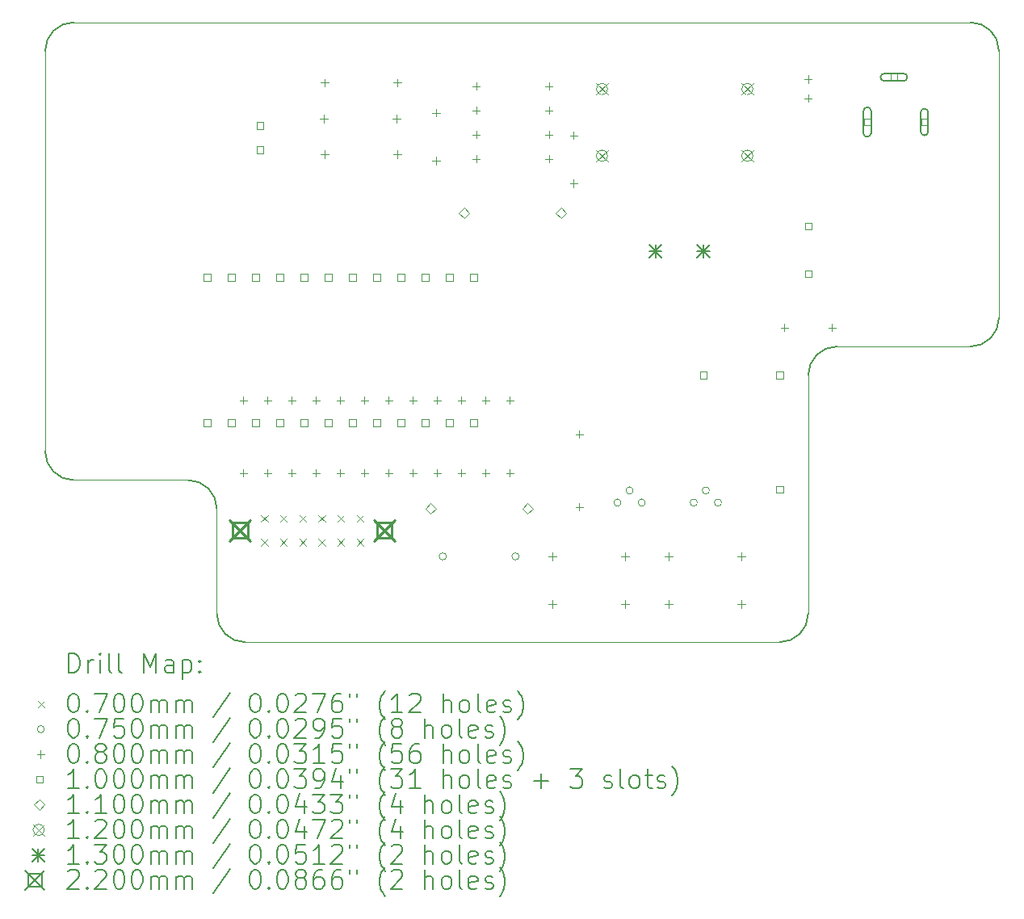
<source format=gbr>
%FSLAX45Y45*%
G04 Gerber Fmt 4.5, Leading zero omitted, Abs format (unit mm)*
G04 Created by KiCad (PCBNEW (6.0.4)) date 2022-04-20 16:37:56*
%MOMM*%
%LPD*%
G01*
G04 APERTURE LIST*
%TA.AperFunction,Profile*%
%ADD10C,0.100000*%
%TD*%
%TA.AperFunction,Profile*%
%ADD11C,0.150000*%
%TD*%
%ADD12C,0.200000*%
%ADD13C,0.070000*%
%ADD14C,0.075000*%
%ADD15C,0.080000*%
%ADD16C,0.100000*%
%ADD17C,0.110000*%
%ADD18C,0.120000*%
%ADD19C,0.130000*%
%ADD20C,0.220000*%
G04 APERTURE END LIST*
D10*
X10300000Y-5500000D02*
X19700000Y-5500000D01*
X18000000Y-9200000D02*
X18000000Y-11700000D01*
D11*
X17700000Y-12000000D02*
G75*
G03*
X18000000Y-11700000I0J300000D01*
G01*
D10*
X17700000Y-12000000D02*
X12100000Y-12000000D01*
D11*
X10300000Y-5500000D02*
G75*
G03*
X10000000Y-5800000I0J-300000D01*
G01*
D10*
X10000000Y-10000000D02*
X10000000Y-5800000D01*
D11*
X10000000Y-10000000D02*
G75*
G03*
X10300000Y-10300000I300000J0D01*
G01*
D10*
X10300000Y-10300000D02*
X11500000Y-10300000D01*
D11*
X20000000Y-5800000D02*
G75*
G03*
X19700000Y-5500000I-300000J0D01*
G01*
D10*
X20000000Y-5800000D02*
X20000000Y-8600000D01*
D11*
X11800000Y-11700000D02*
G75*
G03*
X12100000Y-12000000I300000J0D01*
G01*
X11800000Y-10600000D02*
G75*
G03*
X11500000Y-10300000I-300000J0D01*
G01*
D10*
X11800000Y-11700000D02*
X11800000Y-10600000D01*
D11*
X19700000Y-8900000D02*
G75*
G03*
X20000000Y-8600000I0J300000D01*
G01*
X18300000Y-8900000D02*
G75*
G03*
X18000000Y-9200000I0J-300000D01*
G01*
D10*
X19700000Y-8900000D02*
X18300000Y-8900000D01*
D12*
D13*
X12265000Y-10666020D02*
X12335000Y-10736020D01*
X12335000Y-10666020D02*
X12265000Y-10736020D01*
X12265000Y-10916020D02*
X12335000Y-10986020D01*
X12335000Y-10916020D02*
X12265000Y-10986020D01*
X12465000Y-10666020D02*
X12535000Y-10736020D01*
X12535000Y-10666020D02*
X12465000Y-10736020D01*
X12465000Y-10916020D02*
X12535000Y-10986020D01*
X12535000Y-10916020D02*
X12465000Y-10986020D01*
X12665000Y-10666020D02*
X12735000Y-10736020D01*
X12735000Y-10666020D02*
X12665000Y-10736020D01*
X12665000Y-10916020D02*
X12735000Y-10986020D01*
X12735000Y-10916020D02*
X12665000Y-10986020D01*
X12865000Y-10666020D02*
X12935000Y-10736020D01*
X12935000Y-10666020D02*
X12865000Y-10736020D01*
X12865000Y-10916020D02*
X12935000Y-10986020D01*
X12935000Y-10916020D02*
X12865000Y-10986020D01*
X13065000Y-10666020D02*
X13135000Y-10736020D01*
X13135000Y-10666020D02*
X13065000Y-10736020D01*
X13065000Y-10916020D02*
X13135000Y-10986020D01*
X13135000Y-10916020D02*
X13065000Y-10986020D01*
X13265000Y-10666020D02*
X13335000Y-10736020D01*
X13335000Y-10666020D02*
X13265000Y-10736020D01*
X13265000Y-10916020D02*
X13335000Y-10986020D01*
X13335000Y-10916020D02*
X13265000Y-10986020D01*
D14*
X14206000Y-11100000D02*
G75*
G03*
X14206000Y-11100000I-37500J0D01*
G01*
X14968000Y-11100000D02*
G75*
G03*
X14968000Y-11100000I-37500J0D01*
G01*
X16037500Y-10536000D02*
G75*
G03*
X16037500Y-10536000I-37500J0D01*
G01*
X16164500Y-10409000D02*
G75*
G03*
X16164500Y-10409000I-37500J0D01*
G01*
X16291500Y-10536000D02*
G75*
G03*
X16291500Y-10536000I-37500J0D01*
G01*
X16837500Y-10536000D02*
G75*
G03*
X16837500Y-10536000I-37500J0D01*
G01*
X16964500Y-10409000D02*
G75*
G03*
X16964500Y-10409000I-37500J0D01*
G01*
X17091500Y-10536000D02*
G75*
G03*
X17091500Y-10536000I-37500J0D01*
G01*
D15*
X12077200Y-9423040D02*
X12077200Y-9503040D01*
X12037200Y-9463040D02*
X12117200Y-9463040D01*
X12077200Y-10185040D02*
X12077200Y-10265040D01*
X12037200Y-10225040D02*
X12117200Y-10225040D01*
X12331200Y-9423040D02*
X12331200Y-9503040D01*
X12291200Y-9463040D02*
X12371200Y-9463040D01*
X12331200Y-10185040D02*
X12331200Y-10265040D01*
X12291200Y-10225040D02*
X12371200Y-10225040D01*
X12585200Y-9423040D02*
X12585200Y-9503040D01*
X12545200Y-9463040D02*
X12625200Y-9463040D01*
X12585200Y-10185040D02*
X12585200Y-10265040D01*
X12545200Y-10225040D02*
X12625200Y-10225040D01*
X12839200Y-9423040D02*
X12839200Y-9503040D01*
X12799200Y-9463040D02*
X12879200Y-9463040D01*
X12839200Y-10185040D02*
X12839200Y-10265040D01*
X12799200Y-10225040D02*
X12879200Y-10225040D01*
X12922350Y-6472650D02*
X12922350Y-6552650D01*
X12882350Y-6512650D02*
X12962350Y-6512650D01*
X12928600Y-6093400D02*
X12928600Y-6173400D01*
X12888600Y-6133400D02*
X12968600Y-6133400D01*
X12928600Y-6843400D02*
X12928600Y-6923400D01*
X12888600Y-6883400D02*
X12968600Y-6883400D01*
X13093200Y-9423040D02*
X13093200Y-9503040D01*
X13053200Y-9463040D02*
X13133200Y-9463040D01*
X13093200Y-10185040D02*
X13093200Y-10265040D01*
X13053200Y-10225040D02*
X13133200Y-10225040D01*
X13347200Y-9423040D02*
X13347200Y-9503040D01*
X13307200Y-9463040D02*
X13387200Y-9463040D01*
X13347200Y-10185040D02*
X13347200Y-10265040D01*
X13307200Y-10225040D02*
X13387200Y-10225040D01*
X13601200Y-9423040D02*
X13601200Y-9503040D01*
X13561200Y-9463040D02*
X13641200Y-9463040D01*
X13601200Y-10185040D02*
X13601200Y-10265040D01*
X13561200Y-10225040D02*
X13641200Y-10225040D01*
X13684350Y-6472650D02*
X13684350Y-6552650D01*
X13644350Y-6512650D02*
X13724350Y-6512650D01*
X13690600Y-6093400D02*
X13690600Y-6173400D01*
X13650600Y-6133400D02*
X13730600Y-6133400D01*
X13690600Y-6843400D02*
X13690600Y-6923400D01*
X13650600Y-6883400D02*
X13730600Y-6883400D01*
X13855200Y-9423040D02*
X13855200Y-9503040D01*
X13815200Y-9463040D02*
X13895200Y-9463040D01*
X13855200Y-10185040D02*
X13855200Y-10265040D01*
X13815200Y-10225040D02*
X13895200Y-10225040D01*
X14100000Y-6410000D02*
X14100000Y-6490000D01*
X14060000Y-6450000D02*
X14140000Y-6450000D01*
X14100000Y-6910000D02*
X14100000Y-6990000D01*
X14060000Y-6950000D02*
X14140000Y-6950000D01*
X14109200Y-9423040D02*
X14109200Y-9503040D01*
X14069200Y-9463040D02*
X14149200Y-9463040D01*
X14109200Y-10185040D02*
X14109200Y-10265040D01*
X14069200Y-10225040D02*
X14149200Y-10225040D01*
X14363200Y-9423040D02*
X14363200Y-9503040D01*
X14323200Y-9463040D02*
X14403200Y-9463040D01*
X14363200Y-10185040D02*
X14363200Y-10265040D01*
X14323200Y-10225040D02*
X14403200Y-10225040D01*
X14520000Y-6130000D02*
X14520000Y-6210000D01*
X14480000Y-6170000D02*
X14560000Y-6170000D01*
X14520000Y-6384000D02*
X14520000Y-6464000D01*
X14480000Y-6424000D02*
X14560000Y-6424000D01*
X14520000Y-6638000D02*
X14520000Y-6718000D01*
X14480000Y-6678000D02*
X14560000Y-6678000D01*
X14520000Y-6892000D02*
X14520000Y-6972000D01*
X14480000Y-6932000D02*
X14560000Y-6932000D01*
X14617200Y-9423040D02*
X14617200Y-9503040D01*
X14577200Y-9463040D02*
X14657200Y-9463040D01*
X14617200Y-10185040D02*
X14617200Y-10265040D01*
X14577200Y-10225040D02*
X14657200Y-10225040D01*
X14871200Y-9423040D02*
X14871200Y-9503040D01*
X14831200Y-9463040D02*
X14911200Y-9463040D01*
X14871200Y-10185040D02*
X14871200Y-10265040D01*
X14831200Y-10225040D02*
X14911200Y-10225040D01*
X15282000Y-6130000D02*
X15282000Y-6210000D01*
X15242000Y-6170000D02*
X15322000Y-6170000D01*
X15282000Y-6384000D02*
X15282000Y-6464000D01*
X15242000Y-6424000D02*
X15322000Y-6424000D01*
X15282000Y-6638000D02*
X15282000Y-6718000D01*
X15242000Y-6678000D02*
X15322000Y-6678000D01*
X15282000Y-6892000D02*
X15282000Y-6972000D01*
X15242000Y-6932000D02*
X15322000Y-6932000D01*
X15319000Y-11060000D02*
X15319000Y-11140000D01*
X15279000Y-11100000D02*
X15359000Y-11100000D01*
X15319000Y-11560000D02*
X15319000Y-11640000D01*
X15279000Y-11600000D02*
X15359000Y-11600000D01*
X15542260Y-6646740D02*
X15542260Y-6726740D01*
X15502260Y-6686740D02*
X15582260Y-6686740D01*
X15542260Y-7146740D02*
X15542260Y-7226740D01*
X15502260Y-7186740D02*
X15582260Y-7186740D01*
X15600000Y-9779000D02*
X15600000Y-9859000D01*
X15560000Y-9819000D02*
X15640000Y-9819000D01*
X15600000Y-10541000D02*
X15600000Y-10621000D01*
X15560000Y-10581000D02*
X15640000Y-10581000D01*
X16081000Y-11060000D02*
X16081000Y-11140000D01*
X16041000Y-11100000D02*
X16121000Y-11100000D01*
X16081000Y-11560000D02*
X16081000Y-11640000D01*
X16041000Y-11600000D02*
X16121000Y-11600000D01*
X16538000Y-11060000D02*
X16538000Y-11140000D01*
X16498000Y-11100000D02*
X16578000Y-11100000D01*
X16539000Y-11560000D02*
X16539000Y-11640000D01*
X16499000Y-11600000D02*
X16579000Y-11600000D01*
X17300000Y-11060000D02*
X17300000Y-11140000D01*
X17260000Y-11100000D02*
X17340000Y-11100000D01*
X17301000Y-11560000D02*
X17301000Y-11640000D01*
X17261000Y-11600000D02*
X17341000Y-11600000D01*
X17750000Y-8660000D02*
X17750000Y-8740000D01*
X17710000Y-8700000D02*
X17790000Y-8700000D01*
X18000000Y-6055511D02*
X18000000Y-6135511D01*
X17960000Y-6095511D02*
X18040000Y-6095511D01*
X18000000Y-6255511D02*
X18000000Y-6335511D01*
X17960000Y-6295511D02*
X18040000Y-6295511D01*
X18250000Y-8660000D02*
X18250000Y-8740000D01*
X18210000Y-8700000D02*
X18290000Y-8700000D01*
D16*
X11735356Y-8211356D02*
X11735356Y-8140644D01*
X11664644Y-8140644D01*
X11664644Y-8211356D01*
X11735356Y-8211356D01*
X11735356Y-9735356D02*
X11735356Y-9664644D01*
X11664644Y-9664644D01*
X11664644Y-9735356D01*
X11735356Y-9735356D01*
X11989356Y-8211356D02*
X11989356Y-8140644D01*
X11918644Y-8140644D01*
X11918644Y-8211356D01*
X11989356Y-8211356D01*
X11989356Y-9735356D02*
X11989356Y-9664644D01*
X11918644Y-9664644D01*
X11918644Y-9735356D01*
X11989356Y-9735356D01*
X12243356Y-8211356D02*
X12243356Y-8140644D01*
X12172644Y-8140644D01*
X12172644Y-8211356D01*
X12243356Y-8211356D01*
X12243356Y-9735356D02*
X12243356Y-9664644D01*
X12172644Y-9664644D01*
X12172644Y-9735356D01*
X12243356Y-9735356D01*
X12288706Y-6618756D02*
X12288706Y-6548044D01*
X12217994Y-6548044D01*
X12217994Y-6618756D01*
X12288706Y-6618756D01*
X12288706Y-6872756D02*
X12288706Y-6802044D01*
X12217994Y-6802044D01*
X12217994Y-6872756D01*
X12288706Y-6872756D01*
X12497356Y-8211356D02*
X12497356Y-8140644D01*
X12426644Y-8140644D01*
X12426644Y-8211356D01*
X12497356Y-8211356D01*
X12497356Y-9735356D02*
X12497356Y-9664644D01*
X12426644Y-9664644D01*
X12426644Y-9735356D01*
X12497356Y-9735356D01*
X12751356Y-8211356D02*
X12751356Y-8140644D01*
X12680644Y-8140644D01*
X12680644Y-8211356D01*
X12751356Y-8211356D01*
X12751356Y-9735356D02*
X12751356Y-9664644D01*
X12680644Y-9664644D01*
X12680644Y-9735356D01*
X12751356Y-9735356D01*
X13005356Y-8211356D02*
X13005356Y-8140644D01*
X12934644Y-8140644D01*
X12934644Y-8211356D01*
X13005356Y-8211356D01*
X13005356Y-9735356D02*
X13005356Y-9664644D01*
X12934644Y-9664644D01*
X12934644Y-9735356D01*
X13005356Y-9735356D01*
X13259356Y-8211356D02*
X13259356Y-8140644D01*
X13188644Y-8140644D01*
X13188644Y-8211356D01*
X13259356Y-8211356D01*
X13259356Y-9735356D02*
X13259356Y-9664644D01*
X13188644Y-9664644D01*
X13188644Y-9735356D01*
X13259356Y-9735356D01*
X13513356Y-8211356D02*
X13513356Y-8140644D01*
X13442644Y-8140644D01*
X13442644Y-8211356D01*
X13513356Y-8211356D01*
X13513356Y-9735356D02*
X13513356Y-9664644D01*
X13442644Y-9664644D01*
X13442644Y-9735356D01*
X13513356Y-9735356D01*
X13767356Y-8211356D02*
X13767356Y-8140644D01*
X13696644Y-8140644D01*
X13696644Y-8211356D01*
X13767356Y-8211356D01*
X13767356Y-9735356D02*
X13767356Y-9664644D01*
X13696644Y-9664644D01*
X13696644Y-9735356D01*
X13767356Y-9735356D01*
X14021356Y-8211356D02*
X14021356Y-8140644D01*
X13950644Y-8140644D01*
X13950644Y-8211356D01*
X14021356Y-8211356D01*
X14021356Y-9735356D02*
X14021356Y-9664644D01*
X13950644Y-9664644D01*
X13950644Y-9735356D01*
X14021356Y-9735356D01*
X14275356Y-8211356D02*
X14275356Y-8140644D01*
X14204644Y-8140644D01*
X14204644Y-8211356D01*
X14275356Y-8211356D01*
X14275356Y-9735356D02*
X14275356Y-9664644D01*
X14204644Y-9664644D01*
X14204644Y-9735356D01*
X14275356Y-9735356D01*
X14529356Y-8211356D02*
X14529356Y-8140644D01*
X14458644Y-8140644D01*
X14458644Y-8211356D01*
X14529356Y-8211356D01*
X14529356Y-9735356D02*
X14529356Y-9664644D01*
X14458644Y-9664644D01*
X14458644Y-9735356D01*
X14529356Y-9735356D01*
X16935356Y-9235356D02*
X16935356Y-9164644D01*
X16864644Y-9164644D01*
X16864644Y-9235356D01*
X16935356Y-9235356D01*
X17735356Y-9235356D02*
X17735356Y-9164644D01*
X17664644Y-9164644D01*
X17664644Y-9235356D01*
X17735356Y-9235356D01*
X17735356Y-10435356D02*
X17735356Y-10364644D01*
X17664644Y-10364644D01*
X17664644Y-10435356D01*
X17735356Y-10435356D01*
X18035356Y-7672123D02*
X18035356Y-7601412D01*
X17964644Y-7601412D01*
X17964644Y-7672123D01*
X18035356Y-7672123D01*
X18035356Y-8172123D02*
X18035356Y-8101412D01*
X17964644Y-8101412D01*
X17964644Y-8172123D01*
X18035356Y-8172123D01*
X18654106Y-6581106D02*
X18654106Y-6510394D01*
X18583394Y-6510394D01*
X18583394Y-6581106D01*
X18654106Y-6581106D01*
D12*
X18658750Y-6660750D02*
X18658750Y-6430750D01*
X18578750Y-6660750D02*
X18578750Y-6430750D01*
X18658750Y-6430750D02*
G75*
G03*
X18578750Y-6430750I-40000J0D01*
G01*
X18578750Y-6660750D02*
G75*
G03*
X18658750Y-6660750I40000J0D01*
G01*
D16*
X18934106Y-6111106D02*
X18934106Y-6040394D01*
X18863394Y-6040394D01*
X18863394Y-6111106D01*
X18934106Y-6111106D01*
D12*
X18998750Y-6035750D02*
X18798750Y-6035750D01*
X18998750Y-6115750D02*
X18798750Y-6115750D01*
X18798750Y-6035750D02*
G75*
G03*
X18798750Y-6115750I0J-40000D01*
G01*
X18998750Y-6115750D02*
G75*
G03*
X18998750Y-6035750I0J40000D01*
G01*
D16*
X19254106Y-6581106D02*
X19254106Y-6510394D01*
X19183394Y-6510394D01*
X19183394Y-6581106D01*
X19254106Y-6581106D01*
D12*
X19258750Y-6645750D02*
X19258750Y-6445750D01*
X19178750Y-6645750D02*
X19178750Y-6445750D01*
X19258750Y-6445750D02*
G75*
G03*
X19178750Y-6445750I-40000J0D01*
G01*
X19178750Y-6645750D02*
G75*
G03*
X19258750Y-6645750I40000J0D01*
G01*
D17*
X14042000Y-10655000D02*
X14097000Y-10600000D01*
X14042000Y-10545000D01*
X13987000Y-10600000D01*
X14042000Y-10655000D01*
X14392000Y-7555000D02*
X14447000Y-7500000D01*
X14392000Y-7445000D01*
X14337000Y-7500000D01*
X14392000Y-7555000D01*
X15058000Y-10655000D02*
X15113000Y-10600000D01*
X15058000Y-10545000D01*
X15003000Y-10600000D01*
X15058000Y-10655000D01*
X15408000Y-7555000D02*
X15463000Y-7500000D01*
X15408000Y-7445000D01*
X15353000Y-7500000D01*
X15408000Y-7555000D01*
D18*
X15778000Y-6140000D02*
X15898000Y-6260000D01*
X15898000Y-6140000D02*
X15778000Y-6260000D01*
X15898000Y-6200000D02*
G75*
G03*
X15898000Y-6200000I-60000J0D01*
G01*
X15778000Y-6840000D02*
X15898000Y-6960000D01*
X15898000Y-6840000D02*
X15778000Y-6960000D01*
X15898000Y-6900000D02*
G75*
G03*
X15898000Y-6900000I-60000J0D01*
G01*
X17302000Y-6140000D02*
X17422000Y-6260000D01*
X17422000Y-6140000D02*
X17302000Y-6260000D01*
X17422000Y-6200000D02*
G75*
G03*
X17422000Y-6200000I-60000J0D01*
G01*
X17302000Y-6840000D02*
X17422000Y-6960000D01*
X17422000Y-6840000D02*
X17302000Y-6960000D01*
X17422000Y-6900000D02*
G75*
G03*
X17422000Y-6900000I-60000J0D01*
G01*
D19*
X16335000Y-7835000D02*
X16465000Y-7965000D01*
X16465000Y-7835000D02*
X16335000Y-7965000D01*
X16400000Y-7835000D02*
X16400000Y-7965000D01*
X16335000Y-7900000D02*
X16465000Y-7900000D01*
X16835000Y-7835000D02*
X16965000Y-7965000D01*
X16965000Y-7835000D02*
X16835000Y-7965000D01*
X16900000Y-7835000D02*
X16900000Y-7965000D01*
X16835000Y-7900000D02*
X16965000Y-7900000D01*
D20*
X11934500Y-10716020D02*
X12154500Y-10936020D01*
X12154500Y-10716020D02*
X11934500Y-10936020D01*
X12122282Y-10903803D02*
X12122282Y-10748238D01*
X11966717Y-10748238D01*
X11966717Y-10903803D01*
X12122282Y-10903803D01*
X13445500Y-10716020D02*
X13665500Y-10936020D01*
X13665500Y-10716020D02*
X13445500Y-10936020D01*
X13633282Y-10903803D02*
X13633282Y-10748238D01*
X13477717Y-10748238D01*
X13477717Y-10903803D01*
X13633282Y-10903803D01*
D12*
X10250119Y-12317976D02*
X10250119Y-12117976D01*
X10297738Y-12117976D01*
X10326310Y-12127500D01*
X10345357Y-12146548D01*
X10354881Y-12165595D01*
X10364405Y-12203690D01*
X10364405Y-12232262D01*
X10354881Y-12270357D01*
X10345357Y-12289405D01*
X10326310Y-12308452D01*
X10297738Y-12317976D01*
X10250119Y-12317976D01*
X10450119Y-12317976D02*
X10450119Y-12184643D01*
X10450119Y-12222738D02*
X10459643Y-12203690D01*
X10469167Y-12194167D01*
X10488214Y-12184643D01*
X10507262Y-12184643D01*
X10573929Y-12317976D02*
X10573929Y-12184643D01*
X10573929Y-12117976D02*
X10564405Y-12127500D01*
X10573929Y-12137024D01*
X10583452Y-12127500D01*
X10573929Y-12117976D01*
X10573929Y-12137024D01*
X10697738Y-12317976D02*
X10678690Y-12308452D01*
X10669167Y-12289405D01*
X10669167Y-12117976D01*
X10802500Y-12317976D02*
X10783452Y-12308452D01*
X10773929Y-12289405D01*
X10773929Y-12117976D01*
X11031071Y-12317976D02*
X11031071Y-12117976D01*
X11097738Y-12260833D01*
X11164405Y-12117976D01*
X11164405Y-12317976D01*
X11345357Y-12317976D02*
X11345357Y-12213214D01*
X11335833Y-12194167D01*
X11316786Y-12184643D01*
X11278690Y-12184643D01*
X11259643Y-12194167D01*
X11345357Y-12308452D02*
X11326309Y-12317976D01*
X11278690Y-12317976D01*
X11259643Y-12308452D01*
X11250119Y-12289405D01*
X11250119Y-12270357D01*
X11259643Y-12251309D01*
X11278690Y-12241786D01*
X11326309Y-12241786D01*
X11345357Y-12232262D01*
X11440595Y-12184643D02*
X11440595Y-12384643D01*
X11440595Y-12194167D02*
X11459643Y-12184643D01*
X11497738Y-12184643D01*
X11516786Y-12194167D01*
X11526309Y-12203690D01*
X11535833Y-12222738D01*
X11535833Y-12279881D01*
X11526309Y-12298928D01*
X11516786Y-12308452D01*
X11497738Y-12317976D01*
X11459643Y-12317976D01*
X11440595Y-12308452D01*
X11621548Y-12298928D02*
X11631071Y-12308452D01*
X11621548Y-12317976D01*
X11612024Y-12308452D01*
X11621548Y-12298928D01*
X11621548Y-12317976D01*
X11621548Y-12194167D02*
X11631071Y-12203690D01*
X11621548Y-12213214D01*
X11612024Y-12203690D01*
X11621548Y-12194167D01*
X11621548Y-12213214D01*
D13*
X9922500Y-12612500D02*
X9992500Y-12682500D01*
X9992500Y-12612500D02*
X9922500Y-12682500D01*
D12*
X10288214Y-12537976D02*
X10307262Y-12537976D01*
X10326310Y-12547500D01*
X10335833Y-12557024D01*
X10345357Y-12576071D01*
X10354881Y-12614167D01*
X10354881Y-12661786D01*
X10345357Y-12699881D01*
X10335833Y-12718928D01*
X10326310Y-12728452D01*
X10307262Y-12737976D01*
X10288214Y-12737976D01*
X10269167Y-12728452D01*
X10259643Y-12718928D01*
X10250119Y-12699881D01*
X10240595Y-12661786D01*
X10240595Y-12614167D01*
X10250119Y-12576071D01*
X10259643Y-12557024D01*
X10269167Y-12547500D01*
X10288214Y-12537976D01*
X10440595Y-12718928D02*
X10450119Y-12728452D01*
X10440595Y-12737976D01*
X10431071Y-12728452D01*
X10440595Y-12718928D01*
X10440595Y-12737976D01*
X10516786Y-12537976D02*
X10650119Y-12537976D01*
X10564405Y-12737976D01*
X10764405Y-12537976D02*
X10783452Y-12537976D01*
X10802500Y-12547500D01*
X10812024Y-12557024D01*
X10821548Y-12576071D01*
X10831071Y-12614167D01*
X10831071Y-12661786D01*
X10821548Y-12699881D01*
X10812024Y-12718928D01*
X10802500Y-12728452D01*
X10783452Y-12737976D01*
X10764405Y-12737976D01*
X10745357Y-12728452D01*
X10735833Y-12718928D01*
X10726310Y-12699881D01*
X10716786Y-12661786D01*
X10716786Y-12614167D01*
X10726310Y-12576071D01*
X10735833Y-12557024D01*
X10745357Y-12547500D01*
X10764405Y-12537976D01*
X10954881Y-12537976D02*
X10973929Y-12537976D01*
X10992976Y-12547500D01*
X11002500Y-12557024D01*
X11012024Y-12576071D01*
X11021548Y-12614167D01*
X11021548Y-12661786D01*
X11012024Y-12699881D01*
X11002500Y-12718928D01*
X10992976Y-12728452D01*
X10973929Y-12737976D01*
X10954881Y-12737976D01*
X10935833Y-12728452D01*
X10926310Y-12718928D01*
X10916786Y-12699881D01*
X10907262Y-12661786D01*
X10907262Y-12614167D01*
X10916786Y-12576071D01*
X10926310Y-12557024D01*
X10935833Y-12547500D01*
X10954881Y-12537976D01*
X11107262Y-12737976D02*
X11107262Y-12604643D01*
X11107262Y-12623690D02*
X11116786Y-12614167D01*
X11135833Y-12604643D01*
X11164405Y-12604643D01*
X11183452Y-12614167D01*
X11192976Y-12633214D01*
X11192976Y-12737976D01*
X11192976Y-12633214D02*
X11202500Y-12614167D01*
X11221548Y-12604643D01*
X11250119Y-12604643D01*
X11269167Y-12614167D01*
X11278690Y-12633214D01*
X11278690Y-12737976D01*
X11373928Y-12737976D02*
X11373928Y-12604643D01*
X11373928Y-12623690D02*
X11383452Y-12614167D01*
X11402500Y-12604643D01*
X11431071Y-12604643D01*
X11450119Y-12614167D01*
X11459643Y-12633214D01*
X11459643Y-12737976D01*
X11459643Y-12633214D02*
X11469167Y-12614167D01*
X11488214Y-12604643D01*
X11516786Y-12604643D01*
X11535833Y-12614167D01*
X11545357Y-12633214D01*
X11545357Y-12737976D01*
X11935833Y-12528452D02*
X11764405Y-12785595D01*
X12192976Y-12537976D02*
X12212024Y-12537976D01*
X12231071Y-12547500D01*
X12240595Y-12557024D01*
X12250119Y-12576071D01*
X12259643Y-12614167D01*
X12259643Y-12661786D01*
X12250119Y-12699881D01*
X12240595Y-12718928D01*
X12231071Y-12728452D01*
X12212024Y-12737976D01*
X12192976Y-12737976D01*
X12173928Y-12728452D01*
X12164405Y-12718928D01*
X12154881Y-12699881D01*
X12145357Y-12661786D01*
X12145357Y-12614167D01*
X12154881Y-12576071D01*
X12164405Y-12557024D01*
X12173928Y-12547500D01*
X12192976Y-12537976D01*
X12345357Y-12718928D02*
X12354881Y-12728452D01*
X12345357Y-12737976D01*
X12335833Y-12728452D01*
X12345357Y-12718928D01*
X12345357Y-12737976D01*
X12478690Y-12537976D02*
X12497738Y-12537976D01*
X12516786Y-12547500D01*
X12526309Y-12557024D01*
X12535833Y-12576071D01*
X12545357Y-12614167D01*
X12545357Y-12661786D01*
X12535833Y-12699881D01*
X12526309Y-12718928D01*
X12516786Y-12728452D01*
X12497738Y-12737976D01*
X12478690Y-12737976D01*
X12459643Y-12728452D01*
X12450119Y-12718928D01*
X12440595Y-12699881D01*
X12431071Y-12661786D01*
X12431071Y-12614167D01*
X12440595Y-12576071D01*
X12450119Y-12557024D01*
X12459643Y-12547500D01*
X12478690Y-12537976D01*
X12621548Y-12557024D02*
X12631071Y-12547500D01*
X12650119Y-12537976D01*
X12697738Y-12537976D01*
X12716786Y-12547500D01*
X12726309Y-12557024D01*
X12735833Y-12576071D01*
X12735833Y-12595119D01*
X12726309Y-12623690D01*
X12612024Y-12737976D01*
X12735833Y-12737976D01*
X12802500Y-12537976D02*
X12935833Y-12537976D01*
X12850119Y-12737976D01*
X13097738Y-12537976D02*
X13059643Y-12537976D01*
X13040595Y-12547500D01*
X13031071Y-12557024D01*
X13012024Y-12585595D01*
X13002500Y-12623690D01*
X13002500Y-12699881D01*
X13012024Y-12718928D01*
X13021548Y-12728452D01*
X13040595Y-12737976D01*
X13078690Y-12737976D01*
X13097738Y-12728452D01*
X13107262Y-12718928D01*
X13116786Y-12699881D01*
X13116786Y-12652262D01*
X13107262Y-12633214D01*
X13097738Y-12623690D01*
X13078690Y-12614167D01*
X13040595Y-12614167D01*
X13021548Y-12623690D01*
X13012024Y-12633214D01*
X13002500Y-12652262D01*
X13192976Y-12537976D02*
X13192976Y-12576071D01*
X13269167Y-12537976D02*
X13269167Y-12576071D01*
X13564405Y-12814167D02*
X13554881Y-12804643D01*
X13535833Y-12776071D01*
X13526309Y-12757024D01*
X13516786Y-12728452D01*
X13507262Y-12680833D01*
X13507262Y-12642738D01*
X13516786Y-12595119D01*
X13526309Y-12566548D01*
X13535833Y-12547500D01*
X13554881Y-12518928D01*
X13564405Y-12509405D01*
X13745357Y-12737976D02*
X13631071Y-12737976D01*
X13688214Y-12737976D02*
X13688214Y-12537976D01*
X13669167Y-12566548D01*
X13650119Y-12585595D01*
X13631071Y-12595119D01*
X13821548Y-12557024D02*
X13831071Y-12547500D01*
X13850119Y-12537976D01*
X13897738Y-12537976D01*
X13916786Y-12547500D01*
X13926309Y-12557024D01*
X13935833Y-12576071D01*
X13935833Y-12595119D01*
X13926309Y-12623690D01*
X13812024Y-12737976D01*
X13935833Y-12737976D01*
X14173928Y-12737976D02*
X14173928Y-12537976D01*
X14259643Y-12737976D02*
X14259643Y-12633214D01*
X14250119Y-12614167D01*
X14231071Y-12604643D01*
X14202500Y-12604643D01*
X14183452Y-12614167D01*
X14173928Y-12623690D01*
X14383452Y-12737976D02*
X14364405Y-12728452D01*
X14354881Y-12718928D01*
X14345357Y-12699881D01*
X14345357Y-12642738D01*
X14354881Y-12623690D01*
X14364405Y-12614167D01*
X14383452Y-12604643D01*
X14412024Y-12604643D01*
X14431071Y-12614167D01*
X14440595Y-12623690D01*
X14450119Y-12642738D01*
X14450119Y-12699881D01*
X14440595Y-12718928D01*
X14431071Y-12728452D01*
X14412024Y-12737976D01*
X14383452Y-12737976D01*
X14564405Y-12737976D02*
X14545357Y-12728452D01*
X14535833Y-12709405D01*
X14535833Y-12537976D01*
X14716786Y-12728452D02*
X14697738Y-12737976D01*
X14659643Y-12737976D01*
X14640595Y-12728452D01*
X14631071Y-12709405D01*
X14631071Y-12633214D01*
X14640595Y-12614167D01*
X14659643Y-12604643D01*
X14697738Y-12604643D01*
X14716786Y-12614167D01*
X14726309Y-12633214D01*
X14726309Y-12652262D01*
X14631071Y-12671309D01*
X14802500Y-12728452D02*
X14821548Y-12737976D01*
X14859643Y-12737976D01*
X14878690Y-12728452D01*
X14888214Y-12709405D01*
X14888214Y-12699881D01*
X14878690Y-12680833D01*
X14859643Y-12671309D01*
X14831071Y-12671309D01*
X14812024Y-12661786D01*
X14802500Y-12642738D01*
X14802500Y-12633214D01*
X14812024Y-12614167D01*
X14831071Y-12604643D01*
X14859643Y-12604643D01*
X14878690Y-12614167D01*
X14954881Y-12814167D02*
X14964405Y-12804643D01*
X14983452Y-12776071D01*
X14992976Y-12757024D01*
X15002500Y-12728452D01*
X15012024Y-12680833D01*
X15012024Y-12642738D01*
X15002500Y-12595119D01*
X14992976Y-12566548D01*
X14983452Y-12547500D01*
X14964405Y-12518928D01*
X14954881Y-12509405D01*
D14*
X9992500Y-12911500D02*
G75*
G03*
X9992500Y-12911500I-37500J0D01*
G01*
D12*
X10288214Y-12801976D02*
X10307262Y-12801976D01*
X10326310Y-12811500D01*
X10335833Y-12821024D01*
X10345357Y-12840071D01*
X10354881Y-12878167D01*
X10354881Y-12925786D01*
X10345357Y-12963881D01*
X10335833Y-12982928D01*
X10326310Y-12992452D01*
X10307262Y-13001976D01*
X10288214Y-13001976D01*
X10269167Y-12992452D01*
X10259643Y-12982928D01*
X10250119Y-12963881D01*
X10240595Y-12925786D01*
X10240595Y-12878167D01*
X10250119Y-12840071D01*
X10259643Y-12821024D01*
X10269167Y-12811500D01*
X10288214Y-12801976D01*
X10440595Y-12982928D02*
X10450119Y-12992452D01*
X10440595Y-13001976D01*
X10431071Y-12992452D01*
X10440595Y-12982928D01*
X10440595Y-13001976D01*
X10516786Y-12801976D02*
X10650119Y-12801976D01*
X10564405Y-13001976D01*
X10821548Y-12801976D02*
X10726310Y-12801976D01*
X10716786Y-12897214D01*
X10726310Y-12887690D01*
X10745357Y-12878167D01*
X10792976Y-12878167D01*
X10812024Y-12887690D01*
X10821548Y-12897214D01*
X10831071Y-12916262D01*
X10831071Y-12963881D01*
X10821548Y-12982928D01*
X10812024Y-12992452D01*
X10792976Y-13001976D01*
X10745357Y-13001976D01*
X10726310Y-12992452D01*
X10716786Y-12982928D01*
X10954881Y-12801976D02*
X10973929Y-12801976D01*
X10992976Y-12811500D01*
X11002500Y-12821024D01*
X11012024Y-12840071D01*
X11021548Y-12878167D01*
X11021548Y-12925786D01*
X11012024Y-12963881D01*
X11002500Y-12982928D01*
X10992976Y-12992452D01*
X10973929Y-13001976D01*
X10954881Y-13001976D01*
X10935833Y-12992452D01*
X10926310Y-12982928D01*
X10916786Y-12963881D01*
X10907262Y-12925786D01*
X10907262Y-12878167D01*
X10916786Y-12840071D01*
X10926310Y-12821024D01*
X10935833Y-12811500D01*
X10954881Y-12801976D01*
X11107262Y-13001976D02*
X11107262Y-12868643D01*
X11107262Y-12887690D02*
X11116786Y-12878167D01*
X11135833Y-12868643D01*
X11164405Y-12868643D01*
X11183452Y-12878167D01*
X11192976Y-12897214D01*
X11192976Y-13001976D01*
X11192976Y-12897214D02*
X11202500Y-12878167D01*
X11221548Y-12868643D01*
X11250119Y-12868643D01*
X11269167Y-12878167D01*
X11278690Y-12897214D01*
X11278690Y-13001976D01*
X11373928Y-13001976D02*
X11373928Y-12868643D01*
X11373928Y-12887690D02*
X11383452Y-12878167D01*
X11402500Y-12868643D01*
X11431071Y-12868643D01*
X11450119Y-12878167D01*
X11459643Y-12897214D01*
X11459643Y-13001976D01*
X11459643Y-12897214D02*
X11469167Y-12878167D01*
X11488214Y-12868643D01*
X11516786Y-12868643D01*
X11535833Y-12878167D01*
X11545357Y-12897214D01*
X11545357Y-13001976D01*
X11935833Y-12792452D02*
X11764405Y-13049595D01*
X12192976Y-12801976D02*
X12212024Y-12801976D01*
X12231071Y-12811500D01*
X12240595Y-12821024D01*
X12250119Y-12840071D01*
X12259643Y-12878167D01*
X12259643Y-12925786D01*
X12250119Y-12963881D01*
X12240595Y-12982928D01*
X12231071Y-12992452D01*
X12212024Y-13001976D01*
X12192976Y-13001976D01*
X12173928Y-12992452D01*
X12164405Y-12982928D01*
X12154881Y-12963881D01*
X12145357Y-12925786D01*
X12145357Y-12878167D01*
X12154881Y-12840071D01*
X12164405Y-12821024D01*
X12173928Y-12811500D01*
X12192976Y-12801976D01*
X12345357Y-12982928D02*
X12354881Y-12992452D01*
X12345357Y-13001976D01*
X12335833Y-12992452D01*
X12345357Y-12982928D01*
X12345357Y-13001976D01*
X12478690Y-12801976D02*
X12497738Y-12801976D01*
X12516786Y-12811500D01*
X12526309Y-12821024D01*
X12535833Y-12840071D01*
X12545357Y-12878167D01*
X12545357Y-12925786D01*
X12535833Y-12963881D01*
X12526309Y-12982928D01*
X12516786Y-12992452D01*
X12497738Y-13001976D01*
X12478690Y-13001976D01*
X12459643Y-12992452D01*
X12450119Y-12982928D01*
X12440595Y-12963881D01*
X12431071Y-12925786D01*
X12431071Y-12878167D01*
X12440595Y-12840071D01*
X12450119Y-12821024D01*
X12459643Y-12811500D01*
X12478690Y-12801976D01*
X12621548Y-12821024D02*
X12631071Y-12811500D01*
X12650119Y-12801976D01*
X12697738Y-12801976D01*
X12716786Y-12811500D01*
X12726309Y-12821024D01*
X12735833Y-12840071D01*
X12735833Y-12859119D01*
X12726309Y-12887690D01*
X12612024Y-13001976D01*
X12735833Y-13001976D01*
X12831071Y-13001976D02*
X12869167Y-13001976D01*
X12888214Y-12992452D01*
X12897738Y-12982928D01*
X12916786Y-12954357D01*
X12926309Y-12916262D01*
X12926309Y-12840071D01*
X12916786Y-12821024D01*
X12907262Y-12811500D01*
X12888214Y-12801976D01*
X12850119Y-12801976D01*
X12831071Y-12811500D01*
X12821548Y-12821024D01*
X12812024Y-12840071D01*
X12812024Y-12887690D01*
X12821548Y-12906738D01*
X12831071Y-12916262D01*
X12850119Y-12925786D01*
X12888214Y-12925786D01*
X12907262Y-12916262D01*
X12916786Y-12906738D01*
X12926309Y-12887690D01*
X13107262Y-12801976D02*
X13012024Y-12801976D01*
X13002500Y-12897214D01*
X13012024Y-12887690D01*
X13031071Y-12878167D01*
X13078690Y-12878167D01*
X13097738Y-12887690D01*
X13107262Y-12897214D01*
X13116786Y-12916262D01*
X13116786Y-12963881D01*
X13107262Y-12982928D01*
X13097738Y-12992452D01*
X13078690Y-13001976D01*
X13031071Y-13001976D01*
X13012024Y-12992452D01*
X13002500Y-12982928D01*
X13192976Y-12801976D02*
X13192976Y-12840071D01*
X13269167Y-12801976D02*
X13269167Y-12840071D01*
X13564405Y-13078167D02*
X13554881Y-13068643D01*
X13535833Y-13040071D01*
X13526309Y-13021024D01*
X13516786Y-12992452D01*
X13507262Y-12944833D01*
X13507262Y-12906738D01*
X13516786Y-12859119D01*
X13526309Y-12830548D01*
X13535833Y-12811500D01*
X13554881Y-12782928D01*
X13564405Y-12773405D01*
X13669167Y-12887690D02*
X13650119Y-12878167D01*
X13640595Y-12868643D01*
X13631071Y-12849595D01*
X13631071Y-12840071D01*
X13640595Y-12821024D01*
X13650119Y-12811500D01*
X13669167Y-12801976D01*
X13707262Y-12801976D01*
X13726309Y-12811500D01*
X13735833Y-12821024D01*
X13745357Y-12840071D01*
X13745357Y-12849595D01*
X13735833Y-12868643D01*
X13726309Y-12878167D01*
X13707262Y-12887690D01*
X13669167Y-12887690D01*
X13650119Y-12897214D01*
X13640595Y-12906738D01*
X13631071Y-12925786D01*
X13631071Y-12963881D01*
X13640595Y-12982928D01*
X13650119Y-12992452D01*
X13669167Y-13001976D01*
X13707262Y-13001976D01*
X13726309Y-12992452D01*
X13735833Y-12982928D01*
X13745357Y-12963881D01*
X13745357Y-12925786D01*
X13735833Y-12906738D01*
X13726309Y-12897214D01*
X13707262Y-12887690D01*
X13983452Y-13001976D02*
X13983452Y-12801976D01*
X14069167Y-13001976D02*
X14069167Y-12897214D01*
X14059643Y-12878167D01*
X14040595Y-12868643D01*
X14012024Y-12868643D01*
X13992976Y-12878167D01*
X13983452Y-12887690D01*
X14192976Y-13001976D02*
X14173928Y-12992452D01*
X14164405Y-12982928D01*
X14154881Y-12963881D01*
X14154881Y-12906738D01*
X14164405Y-12887690D01*
X14173928Y-12878167D01*
X14192976Y-12868643D01*
X14221548Y-12868643D01*
X14240595Y-12878167D01*
X14250119Y-12887690D01*
X14259643Y-12906738D01*
X14259643Y-12963881D01*
X14250119Y-12982928D01*
X14240595Y-12992452D01*
X14221548Y-13001976D01*
X14192976Y-13001976D01*
X14373928Y-13001976D02*
X14354881Y-12992452D01*
X14345357Y-12973405D01*
X14345357Y-12801976D01*
X14526309Y-12992452D02*
X14507262Y-13001976D01*
X14469167Y-13001976D01*
X14450119Y-12992452D01*
X14440595Y-12973405D01*
X14440595Y-12897214D01*
X14450119Y-12878167D01*
X14469167Y-12868643D01*
X14507262Y-12868643D01*
X14526309Y-12878167D01*
X14535833Y-12897214D01*
X14535833Y-12916262D01*
X14440595Y-12935309D01*
X14612024Y-12992452D02*
X14631071Y-13001976D01*
X14669167Y-13001976D01*
X14688214Y-12992452D01*
X14697738Y-12973405D01*
X14697738Y-12963881D01*
X14688214Y-12944833D01*
X14669167Y-12935309D01*
X14640595Y-12935309D01*
X14621548Y-12925786D01*
X14612024Y-12906738D01*
X14612024Y-12897214D01*
X14621548Y-12878167D01*
X14640595Y-12868643D01*
X14669167Y-12868643D01*
X14688214Y-12878167D01*
X14764405Y-13078167D02*
X14773928Y-13068643D01*
X14792976Y-13040071D01*
X14802500Y-13021024D01*
X14812024Y-12992452D01*
X14821548Y-12944833D01*
X14821548Y-12906738D01*
X14812024Y-12859119D01*
X14802500Y-12830548D01*
X14792976Y-12811500D01*
X14773928Y-12782928D01*
X14764405Y-12773405D01*
D15*
X9952500Y-13135500D02*
X9952500Y-13215500D01*
X9912500Y-13175500D02*
X9992500Y-13175500D01*
D12*
X10288214Y-13065976D02*
X10307262Y-13065976D01*
X10326310Y-13075500D01*
X10335833Y-13085024D01*
X10345357Y-13104071D01*
X10354881Y-13142167D01*
X10354881Y-13189786D01*
X10345357Y-13227881D01*
X10335833Y-13246928D01*
X10326310Y-13256452D01*
X10307262Y-13265976D01*
X10288214Y-13265976D01*
X10269167Y-13256452D01*
X10259643Y-13246928D01*
X10250119Y-13227881D01*
X10240595Y-13189786D01*
X10240595Y-13142167D01*
X10250119Y-13104071D01*
X10259643Y-13085024D01*
X10269167Y-13075500D01*
X10288214Y-13065976D01*
X10440595Y-13246928D02*
X10450119Y-13256452D01*
X10440595Y-13265976D01*
X10431071Y-13256452D01*
X10440595Y-13246928D01*
X10440595Y-13265976D01*
X10564405Y-13151690D02*
X10545357Y-13142167D01*
X10535833Y-13132643D01*
X10526310Y-13113595D01*
X10526310Y-13104071D01*
X10535833Y-13085024D01*
X10545357Y-13075500D01*
X10564405Y-13065976D01*
X10602500Y-13065976D01*
X10621548Y-13075500D01*
X10631071Y-13085024D01*
X10640595Y-13104071D01*
X10640595Y-13113595D01*
X10631071Y-13132643D01*
X10621548Y-13142167D01*
X10602500Y-13151690D01*
X10564405Y-13151690D01*
X10545357Y-13161214D01*
X10535833Y-13170738D01*
X10526310Y-13189786D01*
X10526310Y-13227881D01*
X10535833Y-13246928D01*
X10545357Y-13256452D01*
X10564405Y-13265976D01*
X10602500Y-13265976D01*
X10621548Y-13256452D01*
X10631071Y-13246928D01*
X10640595Y-13227881D01*
X10640595Y-13189786D01*
X10631071Y-13170738D01*
X10621548Y-13161214D01*
X10602500Y-13151690D01*
X10764405Y-13065976D02*
X10783452Y-13065976D01*
X10802500Y-13075500D01*
X10812024Y-13085024D01*
X10821548Y-13104071D01*
X10831071Y-13142167D01*
X10831071Y-13189786D01*
X10821548Y-13227881D01*
X10812024Y-13246928D01*
X10802500Y-13256452D01*
X10783452Y-13265976D01*
X10764405Y-13265976D01*
X10745357Y-13256452D01*
X10735833Y-13246928D01*
X10726310Y-13227881D01*
X10716786Y-13189786D01*
X10716786Y-13142167D01*
X10726310Y-13104071D01*
X10735833Y-13085024D01*
X10745357Y-13075500D01*
X10764405Y-13065976D01*
X10954881Y-13065976D02*
X10973929Y-13065976D01*
X10992976Y-13075500D01*
X11002500Y-13085024D01*
X11012024Y-13104071D01*
X11021548Y-13142167D01*
X11021548Y-13189786D01*
X11012024Y-13227881D01*
X11002500Y-13246928D01*
X10992976Y-13256452D01*
X10973929Y-13265976D01*
X10954881Y-13265976D01*
X10935833Y-13256452D01*
X10926310Y-13246928D01*
X10916786Y-13227881D01*
X10907262Y-13189786D01*
X10907262Y-13142167D01*
X10916786Y-13104071D01*
X10926310Y-13085024D01*
X10935833Y-13075500D01*
X10954881Y-13065976D01*
X11107262Y-13265976D02*
X11107262Y-13132643D01*
X11107262Y-13151690D02*
X11116786Y-13142167D01*
X11135833Y-13132643D01*
X11164405Y-13132643D01*
X11183452Y-13142167D01*
X11192976Y-13161214D01*
X11192976Y-13265976D01*
X11192976Y-13161214D02*
X11202500Y-13142167D01*
X11221548Y-13132643D01*
X11250119Y-13132643D01*
X11269167Y-13142167D01*
X11278690Y-13161214D01*
X11278690Y-13265976D01*
X11373928Y-13265976D02*
X11373928Y-13132643D01*
X11373928Y-13151690D02*
X11383452Y-13142167D01*
X11402500Y-13132643D01*
X11431071Y-13132643D01*
X11450119Y-13142167D01*
X11459643Y-13161214D01*
X11459643Y-13265976D01*
X11459643Y-13161214D02*
X11469167Y-13142167D01*
X11488214Y-13132643D01*
X11516786Y-13132643D01*
X11535833Y-13142167D01*
X11545357Y-13161214D01*
X11545357Y-13265976D01*
X11935833Y-13056452D02*
X11764405Y-13313595D01*
X12192976Y-13065976D02*
X12212024Y-13065976D01*
X12231071Y-13075500D01*
X12240595Y-13085024D01*
X12250119Y-13104071D01*
X12259643Y-13142167D01*
X12259643Y-13189786D01*
X12250119Y-13227881D01*
X12240595Y-13246928D01*
X12231071Y-13256452D01*
X12212024Y-13265976D01*
X12192976Y-13265976D01*
X12173928Y-13256452D01*
X12164405Y-13246928D01*
X12154881Y-13227881D01*
X12145357Y-13189786D01*
X12145357Y-13142167D01*
X12154881Y-13104071D01*
X12164405Y-13085024D01*
X12173928Y-13075500D01*
X12192976Y-13065976D01*
X12345357Y-13246928D02*
X12354881Y-13256452D01*
X12345357Y-13265976D01*
X12335833Y-13256452D01*
X12345357Y-13246928D01*
X12345357Y-13265976D01*
X12478690Y-13065976D02*
X12497738Y-13065976D01*
X12516786Y-13075500D01*
X12526309Y-13085024D01*
X12535833Y-13104071D01*
X12545357Y-13142167D01*
X12545357Y-13189786D01*
X12535833Y-13227881D01*
X12526309Y-13246928D01*
X12516786Y-13256452D01*
X12497738Y-13265976D01*
X12478690Y-13265976D01*
X12459643Y-13256452D01*
X12450119Y-13246928D01*
X12440595Y-13227881D01*
X12431071Y-13189786D01*
X12431071Y-13142167D01*
X12440595Y-13104071D01*
X12450119Y-13085024D01*
X12459643Y-13075500D01*
X12478690Y-13065976D01*
X12612024Y-13065976D02*
X12735833Y-13065976D01*
X12669167Y-13142167D01*
X12697738Y-13142167D01*
X12716786Y-13151690D01*
X12726309Y-13161214D01*
X12735833Y-13180262D01*
X12735833Y-13227881D01*
X12726309Y-13246928D01*
X12716786Y-13256452D01*
X12697738Y-13265976D01*
X12640595Y-13265976D01*
X12621548Y-13256452D01*
X12612024Y-13246928D01*
X12926309Y-13265976D02*
X12812024Y-13265976D01*
X12869167Y-13265976D02*
X12869167Y-13065976D01*
X12850119Y-13094548D01*
X12831071Y-13113595D01*
X12812024Y-13123119D01*
X13107262Y-13065976D02*
X13012024Y-13065976D01*
X13002500Y-13161214D01*
X13012024Y-13151690D01*
X13031071Y-13142167D01*
X13078690Y-13142167D01*
X13097738Y-13151690D01*
X13107262Y-13161214D01*
X13116786Y-13180262D01*
X13116786Y-13227881D01*
X13107262Y-13246928D01*
X13097738Y-13256452D01*
X13078690Y-13265976D01*
X13031071Y-13265976D01*
X13012024Y-13256452D01*
X13002500Y-13246928D01*
X13192976Y-13065976D02*
X13192976Y-13104071D01*
X13269167Y-13065976D02*
X13269167Y-13104071D01*
X13564405Y-13342167D02*
X13554881Y-13332643D01*
X13535833Y-13304071D01*
X13526309Y-13285024D01*
X13516786Y-13256452D01*
X13507262Y-13208833D01*
X13507262Y-13170738D01*
X13516786Y-13123119D01*
X13526309Y-13094548D01*
X13535833Y-13075500D01*
X13554881Y-13046928D01*
X13564405Y-13037405D01*
X13735833Y-13065976D02*
X13640595Y-13065976D01*
X13631071Y-13161214D01*
X13640595Y-13151690D01*
X13659643Y-13142167D01*
X13707262Y-13142167D01*
X13726309Y-13151690D01*
X13735833Y-13161214D01*
X13745357Y-13180262D01*
X13745357Y-13227881D01*
X13735833Y-13246928D01*
X13726309Y-13256452D01*
X13707262Y-13265976D01*
X13659643Y-13265976D01*
X13640595Y-13256452D01*
X13631071Y-13246928D01*
X13916786Y-13065976D02*
X13878690Y-13065976D01*
X13859643Y-13075500D01*
X13850119Y-13085024D01*
X13831071Y-13113595D01*
X13821548Y-13151690D01*
X13821548Y-13227881D01*
X13831071Y-13246928D01*
X13840595Y-13256452D01*
X13859643Y-13265976D01*
X13897738Y-13265976D01*
X13916786Y-13256452D01*
X13926309Y-13246928D01*
X13935833Y-13227881D01*
X13935833Y-13180262D01*
X13926309Y-13161214D01*
X13916786Y-13151690D01*
X13897738Y-13142167D01*
X13859643Y-13142167D01*
X13840595Y-13151690D01*
X13831071Y-13161214D01*
X13821548Y-13180262D01*
X14173928Y-13265976D02*
X14173928Y-13065976D01*
X14259643Y-13265976D02*
X14259643Y-13161214D01*
X14250119Y-13142167D01*
X14231071Y-13132643D01*
X14202500Y-13132643D01*
X14183452Y-13142167D01*
X14173928Y-13151690D01*
X14383452Y-13265976D02*
X14364405Y-13256452D01*
X14354881Y-13246928D01*
X14345357Y-13227881D01*
X14345357Y-13170738D01*
X14354881Y-13151690D01*
X14364405Y-13142167D01*
X14383452Y-13132643D01*
X14412024Y-13132643D01*
X14431071Y-13142167D01*
X14440595Y-13151690D01*
X14450119Y-13170738D01*
X14450119Y-13227881D01*
X14440595Y-13246928D01*
X14431071Y-13256452D01*
X14412024Y-13265976D01*
X14383452Y-13265976D01*
X14564405Y-13265976D02*
X14545357Y-13256452D01*
X14535833Y-13237405D01*
X14535833Y-13065976D01*
X14716786Y-13256452D02*
X14697738Y-13265976D01*
X14659643Y-13265976D01*
X14640595Y-13256452D01*
X14631071Y-13237405D01*
X14631071Y-13161214D01*
X14640595Y-13142167D01*
X14659643Y-13132643D01*
X14697738Y-13132643D01*
X14716786Y-13142167D01*
X14726309Y-13161214D01*
X14726309Y-13180262D01*
X14631071Y-13199309D01*
X14802500Y-13256452D02*
X14821548Y-13265976D01*
X14859643Y-13265976D01*
X14878690Y-13256452D01*
X14888214Y-13237405D01*
X14888214Y-13227881D01*
X14878690Y-13208833D01*
X14859643Y-13199309D01*
X14831071Y-13199309D01*
X14812024Y-13189786D01*
X14802500Y-13170738D01*
X14802500Y-13161214D01*
X14812024Y-13142167D01*
X14831071Y-13132643D01*
X14859643Y-13132643D01*
X14878690Y-13142167D01*
X14954881Y-13342167D02*
X14964405Y-13332643D01*
X14983452Y-13304071D01*
X14992976Y-13285024D01*
X15002500Y-13256452D01*
X15012024Y-13208833D01*
X15012024Y-13170738D01*
X15002500Y-13123119D01*
X14992976Y-13094548D01*
X14983452Y-13075500D01*
X14964405Y-13046928D01*
X14954881Y-13037405D01*
D16*
X9977856Y-13474856D02*
X9977856Y-13404144D01*
X9907144Y-13404144D01*
X9907144Y-13474856D01*
X9977856Y-13474856D01*
D12*
X10354881Y-13529976D02*
X10240595Y-13529976D01*
X10297738Y-13529976D02*
X10297738Y-13329976D01*
X10278690Y-13358548D01*
X10259643Y-13377595D01*
X10240595Y-13387119D01*
X10440595Y-13510928D02*
X10450119Y-13520452D01*
X10440595Y-13529976D01*
X10431071Y-13520452D01*
X10440595Y-13510928D01*
X10440595Y-13529976D01*
X10573929Y-13329976D02*
X10592976Y-13329976D01*
X10612024Y-13339500D01*
X10621548Y-13349024D01*
X10631071Y-13368071D01*
X10640595Y-13406167D01*
X10640595Y-13453786D01*
X10631071Y-13491881D01*
X10621548Y-13510928D01*
X10612024Y-13520452D01*
X10592976Y-13529976D01*
X10573929Y-13529976D01*
X10554881Y-13520452D01*
X10545357Y-13510928D01*
X10535833Y-13491881D01*
X10526310Y-13453786D01*
X10526310Y-13406167D01*
X10535833Y-13368071D01*
X10545357Y-13349024D01*
X10554881Y-13339500D01*
X10573929Y-13329976D01*
X10764405Y-13329976D02*
X10783452Y-13329976D01*
X10802500Y-13339500D01*
X10812024Y-13349024D01*
X10821548Y-13368071D01*
X10831071Y-13406167D01*
X10831071Y-13453786D01*
X10821548Y-13491881D01*
X10812024Y-13510928D01*
X10802500Y-13520452D01*
X10783452Y-13529976D01*
X10764405Y-13529976D01*
X10745357Y-13520452D01*
X10735833Y-13510928D01*
X10726310Y-13491881D01*
X10716786Y-13453786D01*
X10716786Y-13406167D01*
X10726310Y-13368071D01*
X10735833Y-13349024D01*
X10745357Y-13339500D01*
X10764405Y-13329976D01*
X10954881Y-13329976D02*
X10973929Y-13329976D01*
X10992976Y-13339500D01*
X11002500Y-13349024D01*
X11012024Y-13368071D01*
X11021548Y-13406167D01*
X11021548Y-13453786D01*
X11012024Y-13491881D01*
X11002500Y-13510928D01*
X10992976Y-13520452D01*
X10973929Y-13529976D01*
X10954881Y-13529976D01*
X10935833Y-13520452D01*
X10926310Y-13510928D01*
X10916786Y-13491881D01*
X10907262Y-13453786D01*
X10907262Y-13406167D01*
X10916786Y-13368071D01*
X10926310Y-13349024D01*
X10935833Y-13339500D01*
X10954881Y-13329976D01*
X11107262Y-13529976D02*
X11107262Y-13396643D01*
X11107262Y-13415690D02*
X11116786Y-13406167D01*
X11135833Y-13396643D01*
X11164405Y-13396643D01*
X11183452Y-13406167D01*
X11192976Y-13425214D01*
X11192976Y-13529976D01*
X11192976Y-13425214D02*
X11202500Y-13406167D01*
X11221548Y-13396643D01*
X11250119Y-13396643D01*
X11269167Y-13406167D01*
X11278690Y-13425214D01*
X11278690Y-13529976D01*
X11373928Y-13529976D02*
X11373928Y-13396643D01*
X11373928Y-13415690D02*
X11383452Y-13406167D01*
X11402500Y-13396643D01*
X11431071Y-13396643D01*
X11450119Y-13406167D01*
X11459643Y-13425214D01*
X11459643Y-13529976D01*
X11459643Y-13425214D02*
X11469167Y-13406167D01*
X11488214Y-13396643D01*
X11516786Y-13396643D01*
X11535833Y-13406167D01*
X11545357Y-13425214D01*
X11545357Y-13529976D01*
X11935833Y-13320452D02*
X11764405Y-13577595D01*
X12192976Y-13329976D02*
X12212024Y-13329976D01*
X12231071Y-13339500D01*
X12240595Y-13349024D01*
X12250119Y-13368071D01*
X12259643Y-13406167D01*
X12259643Y-13453786D01*
X12250119Y-13491881D01*
X12240595Y-13510928D01*
X12231071Y-13520452D01*
X12212024Y-13529976D01*
X12192976Y-13529976D01*
X12173928Y-13520452D01*
X12164405Y-13510928D01*
X12154881Y-13491881D01*
X12145357Y-13453786D01*
X12145357Y-13406167D01*
X12154881Y-13368071D01*
X12164405Y-13349024D01*
X12173928Y-13339500D01*
X12192976Y-13329976D01*
X12345357Y-13510928D02*
X12354881Y-13520452D01*
X12345357Y-13529976D01*
X12335833Y-13520452D01*
X12345357Y-13510928D01*
X12345357Y-13529976D01*
X12478690Y-13329976D02*
X12497738Y-13329976D01*
X12516786Y-13339500D01*
X12526309Y-13349024D01*
X12535833Y-13368071D01*
X12545357Y-13406167D01*
X12545357Y-13453786D01*
X12535833Y-13491881D01*
X12526309Y-13510928D01*
X12516786Y-13520452D01*
X12497738Y-13529976D01*
X12478690Y-13529976D01*
X12459643Y-13520452D01*
X12450119Y-13510928D01*
X12440595Y-13491881D01*
X12431071Y-13453786D01*
X12431071Y-13406167D01*
X12440595Y-13368071D01*
X12450119Y-13349024D01*
X12459643Y-13339500D01*
X12478690Y-13329976D01*
X12612024Y-13329976D02*
X12735833Y-13329976D01*
X12669167Y-13406167D01*
X12697738Y-13406167D01*
X12716786Y-13415690D01*
X12726309Y-13425214D01*
X12735833Y-13444262D01*
X12735833Y-13491881D01*
X12726309Y-13510928D01*
X12716786Y-13520452D01*
X12697738Y-13529976D01*
X12640595Y-13529976D01*
X12621548Y-13520452D01*
X12612024Y-13510928D01*
X12831071Y-13529976D02*
X12869167Y-13529976D01*
X12888214Y-13520452D01*
X12897738Y-13510928D01*
X12916786Y-13482357D01*
X12926309Y-13444262D01*
X12926309Y-13368071D01*
X12916786Y-13349024D01*
X12907262Y-13339500D01*
X12888214Y-13329976D01*
X12850119Y-13329976D01*
X12831071Y-13339500D01*
X12821548Y-13349024D01*
X12812024Y-13368071D01*
X12812024Y-13415690D01*
X12821548Y-13434738D01*
X12831071Y-13444262D01*
X12850119Y-13453786D01*
X12888214Y-13453786D01*
X12907262Y-13444262D01*
X12916786Y-13434738D01*
X12926309Y-13415690D01*
X13097738Y-13396643D02*
X13097738Y-13529976D01*
X13050119Y-13320452D02*
X13002500Y-13463309D01*
X13126309Y-13463309D01*
X13192976Y-13329976D02*
X13192976Y-13368071D01*
X13269167Y-13329976D02*
X13269167Y-13368071D01*
X13564405Y-13606167D02*
X13554881Y-13596643D01*
X13535833Y-13568071D01*
X13526309Y-13549024D01*
X13516786Y-13520452D01*
X13507262Y-13472833D01*
X13507262Y-13434738D01*
X13516786Y-13387119D01*
X13526309Y-13358548D01*
X13535833Y-13339500D01*
X13554881Y-13310928D01*
X13564405Y-13301405D01*
X13621548Y-13329976D02*
X13745357Y-13329976D01*
X13678690Y-13406167D01*
X13707262Y-13406167D01*
X13726309Y-13415690D01*
X13735833Y-13425214D01*
X13745357Y-13444262D01*
X13745357Y-13491881D01*
X13735833Y-13510928D01*
X13726309Y-13520452D01*
X13707262Y-13529976D01*
X13650119Y-13529976D01*
X13631071Y-13520452D01*
X13621548Y-13510928D01*
X13935833Y-13529976D02*
X13821548Y-13529976D01*
X13878690Y-13529976D02*
X13878690Y-13329976D01*
X13859643Y-13358548D01*
X13840595Y-13377595D01*
X13821548Y-13387119D01*
X14173928Y-13529976D02*
X14173928Y-13329976D01*
X14259643Y-13529976D02*
X14259643Y-13425214D01*
X14250119Y-13406167D01*
X14231071Y-13396643D01*
X14202500Y-13396643D01*
X14183452Y-13406167D01*
X14173928Y-13415690D01*
X14383452Y-13529976D02*
X14364405Y-13520452D01*
X14354881Y-13510928D01*
X14345357Y-13491881D01*
X14345357Y-13434738D01*
X14354881Y-13415690D01*
X14364405Y-13406167D01*
X14383452Y-13396643D01*
X14412024Y-13396643D01*
X14431071Y-13406167D01*
X14440595Y-13415690D01*
X14450119Y-13434738D01*
X14450119Y-13491881D01*
X14440595Y-13510928D01*
X14431071Y-13520452D01*
X14412024Y-13529976D01*
X14383452Y-13529976D01*
X14564405Y-13529976D02*
X14545357Y-13520452D01*
X14535833Y-13501405D01*
X14535833Y-13329976D01*
X14716786Y-13520452D02*
X14697738Y-13529976D01*
X14659643Y-13529976D01*
X14640595Y-13520452D01*
X14631071Y-13501405D01*
X14631071Y-13425214D01*
X14640595Y-13406167D01*
X14659643Y-13396643D01*
X14697738Y-13396643D01*
X14716786Y-13406167D01*
X14726309Y-13425214D01*
X14726309Y-13444262D01*
X14631071Y-13463309D01*
X14802500Y-13520452D02*
X14821548Y-13529976D01*
X14859643Y-13529976D01*
X14878690Y-13520452D01*
X14888214Y-13501405D01*
X14888214Y-13491881D01*
X14878690Y-13472833D01*
X14859643Y-13463309D01*
X14831071Y-13463309D01*
X14812024Y-13453786D01*
X14802500Y-13434738D01*
X14802500Y-13425214D01*
X14812024Y-13406167D01*
X14831071Y-13396643D01*
X14859643Y-13396643D01*
X14878690Y-13406167D01*
X15126309Y-13453786D02*
X15278690Y-13453786D01*
X15202500Y-13529976D02*
X15202500Y-13377595D01*
X15507262Y-13329976D02*
X15631071Y-13329976D01*
X15564405Y-13406167D01*
X15592976Y-13406167D01*
X15612024Y-13415690D01*
X15621548Y-13425214D01*
X15631071Y-13444262D01*
X15631071Y-13491881D01*
X15621548Y-13510928D01*
X15612024Y-13520452D01*
X15592976Y-13529976D01*
X15535833Y-13529976D01*
X15516786Y-13520452D01*
X15507262Y-13510928D01*
X15859643Y-13520452D02*
X15878690Y-13529976D01*
X15916786Y-13529976D01*
X15935833Y-13520452D01*
X15945357Y-13501405D01*
X15945357Y-13491881D01*
X15935833Y-13472833D01*
X15916786Y-13463309D01*
X15888214Y-13463309D01*
X15869167Y-13453786D01*
X15859643Y-13434738D01*
X15859643Y-13425214D01*
X15869167Y-13406167D01*
X15888214Y-13396643D01*
X15916786Y-13396643D01*
X15935833Y-13406167D01*
X16059643Y-13529976D02*
X16040595Y-13520452D01*
X16031071Y-13501405D01*
X16031071Y-13329976D01*
X16164405Y-13529976D02*
X16145357Y-13520452D01*
X16135833Y-13510928D01*
X16126309Y-13491881D01*
X16126309Y-13434738D01*
X16135833Y-13415690D01*
X16145357Y-13406167D01*
X16164405Y-13396643D01*
X16192976Y-13396643D01*
X16212024Y-13406167D01*
X16221548Y-13415690D01*
X16231071Y-13434738D01*
X16231071Y-13491881D01*
X16221548Y-13510928D01*
X16212024Y-13520452D01*
X16192976Y-13529976D01*
X16164405Y-13529976D01*
X16288214Y-13396643D02*
X16364405Y-13396643D01*
X16316786Y-13329976D02*
X16316786Y-13501405D01*
X16326309Y-13520452D01*
X16345357Y-13529976D01*
X16364405Y-13529976D01*
X16421548Y-13520452D02*
X16440595Y-13529976D01*
X16478690Y-13529976D01*
X16497738Y-13520452D01*
X16507262Y-13501405D01*
X16507262Y-13491881D01*
X16497738Y-13472833D01*
X16478690Y-13463309D01*
X16450119Y-13463309D01*
X16431071Y-13453786D01*
X16421548Y-13434738D01*
X16421548Y-13425214D01*
X16431071Y-13406167D01*
X16450119Y-13396643D01*
X16478690Y-13396643D01*
X16497738Y-13406167D01*
X16573928Y-13606167D02*
X16583452Y-13596643D01*
X16602500Y-13568071D01*
X16612024Y-13549024D01*
X16621548Y-13520452D01*
X16631071Y-13472833D01*
X16631071Y-13434738D01*
X16621548Y-13387119D01*
X16612024Y-13358548D01*
X16602500Y-13339500D01*
X16583452Y-13310928D01*
X16573928Y-13301405D01*
D17*
X9937500Y-13758500D02*
X9992500Y-13703500D01*
X9937500Y-13648500D01*
X9882500Y-13703500D01*
X9937500Y-13758500D01*
D12*
X10354881Y-13793976D02*
X10240595Y-13793976D01*
X10297738Y-13793976D02*
X10297738Y-13593976D01*
X10278690Y-13622548D01*
X10259643Y-13641595D01*
X10240595Y-13651119D01*
X10440595Y-13774928D02*
X10450119Y-13784452D01*
X10440595Y-13793976D01*
X10431071Y-13784452D01*
X10440595Y-13774928D01*
X10440595Y-13793976D01*
X10640595Y-13793976D02*
X10526310Y-13793976D01*
X10583452Y-13793976D02*
X10583452Y-13593976D01*
X10564405Y-13622548D01*
X10545357Y-13641595D01*
X10526310Y-13651119D01*
X10764405Y-13593976D02*
X10783452Y-13593976D01*
X10802500Y-13603500D01*
X10812024Y-13613024D01*
X10821548Y-13632071D01*
X10831071Y-13670167D01*
X10831071Y-13717786D01*
X10821548Y-13755881D01*
X10812024Y-13774928D01*
X10802500Y-13784452D01*
X10783452Y-13793976D01*
X10764405Y-13793976D01*
X10745357Y-13784452D01*
X10735833Y-13774928D01*
X10726310Y-13755881D01*
X10716786Y-13717786D01*
X10716786Y-13670167D01*
X10726310Y-13632071D01*
X10735833Y-13613024D01*
X10745357Y-13603500D01*
X10764405Y-13593976D01*
X10954881Y-13593976D02*
X10973929Y-13593976D01*
X10992976Y-13603500D01*
X11002500Y-13613024D01*
X11012024Y-13632071D01*
X11021548Y-13670167D01*
X11021548Y-13717786D01*
X11012024Y-13755881D01*
X11002500Y-13774928D01*
X10992976Y-13784452D01*
X10973929Y-13793976D01*
X10954881Y-13793976D01*
X10935833Y-13784452D01*
X10926310Y-13774928D01*
X10916786Y-13755881D01*
X10907262Y-13717786D01*
X10907262Y-13670167D01*
X10916786Y-13632071D01*
X10926310Y-13613024D01*
X10935833Y-13603500D01*
X10954881Y-13593976D01*
X11107262Y-13793976D02*
X11107262Y-13660643D01*
X11107262Y-13679690D02*
X11116786Y-13670167D01*
X11135833Y-13660643D01*
X11164405Y-13660643D01*
X11183452Y-13670167D01*
X11192976Y-13689214D01*
X11192976Y-13793976D01*
X11192976Y-13689214D02*
X11202500Y-13670167D01*
X11221548Y-13660643D01*
X11250119Y-13660643D01*
X11269167Y-13670167D01*
X11278690Y-13689214D01*
X11278690Y-13793976D01*
X11373928Y-13793976D02*
X11373928Y-13660643D01*
X11373928Y-13679690D02*
X11383452Y-13670167D01*
X11402500Y-13660643D01*
X11431071Y-13660643D01*
X11450119Y-13670167D01*
X11459643Y-13689214D01*
X11459643Y-13793976D01*
X11459643Y-13689214D02*
X11469167Y-13670167D01*
X11488214Y-13660643D01*
X11516786Y-13660643D01*
X11535833Y-13670167D01*
X11545357Y-13689214D01*
X11545357Y-13793976D01*
X11935833Y-13584452D02*
X11764405Y-13841595D01*
X12192976Y-13593976D02*
X12212024Y-13593976D01*
X12231071Y-13603500D01*
X12240595Y-13613024D01*
X12250119Y-13632071D01*
X12259643Y-13670167D01*
X12259643Y-13717786D01*
X12250119Y-13755881D01*
X12240595Y-13774928D01*
X12231071Y-13784452D01*
X12212024Y-13793976D01*
X12192976Y-13793976D01*
X12173928Y-13784452D01*
X12164405Y-13774928D01*
X12154881Y-13755881D01*
X12145357Y-13717786D01*
X12145357Y-13670167D01*
X12154881Y-13632071D01*
X12164405Y-13613024D01*
X12173928Y-13603500D01*
X12192976Y-13593976D01*
X12345357Y-13774928D02*
X12354881Y-13784452D01*
X12345357Y-13793976D01*
X12335833Y-13784452D01*
X12345357Y-13774928D01*
X12345357Y-13793976D01*
X12478690Y-13593976D02*
X12497738Y-13593976D01*
X12516786Y-13603500D01*
X12526309Y-13613024D01*
X12535833Y-13632071D01*
X12545357Y-13670167D01*
X12545357Y-13717786D01*
X12535833Y-13755881D01*
X12526309Y-13774928D01*
X12516786Y-13784452D01*
X12497738Y-13793976D01*
X12478690Y-13793976D01*
X12459643Y-13784452D01*
X12450119Y-13774928D01*
X12440595Y-13755881D01*
X12431071Y-13717786D01*
X12431071Y-13670167D01*
X12440595Y-13632071D01*
X12450119Y-13613024D01*
X12459643Y-13603500D01*
X12478690Y-13593976D01*
X12716786Y-13660643D02*
X12716786Y-13793976D01*
X12669167Y-13584452D02*
X12621548Y-13727309D01*
X12745357Y-13727309D01*
X12802500Y-13593976D02*
X12926309Y-13593976D01*
X12859643Y-13670167D01*
X12888214Y-13670167D01*
X12907262Y-13679690D01*
X12916786Y-13689214D01*
X12926309Y-13708262D01*
X12926309Y-13755881D01*
X12916786Y-13774928D01*
X12907262Y-13784452D01*
X12888214Y-13793976D01*
X12831071Y-13793976D01*
X12812024Y-13784452D01*
X12802500Y-13774928D01*
X12992976Y-13593976D02*
X13116786Y-13593976D01*
X13050119Y-13670167D01*
X13078690Y-13670167D01*
X13097738Y-13679690D01*
X13107262Y-13689214D01*
X13116786Y-13708262D01*
X13116786Y-13755881D01*
X13107262Y-13774928D01*
X13097738Y-13784452D01*
X13078690Y-13793976D01*
X13021548Y-13793976D01*
X13002500Y-13784452D01*
X12992976Y-13774928D01*
X13192976Y-13593976D02*
X13192976Y-13632071D01*
X13269167Y-13593976D02*
X13269167Y-13632071D01*
X13564405Y-13870167D02*
X13554881Y-13860643D01*
X13535833Y-13832071D01*
X13526309Y-13813024D01*
X13516786Y-13784452D01*
X13507262Y-13736833D01*
X13507262Y-13698738D01*
X13516786Y-13651119D01*
X13526309Y-13622548D01*
X13535833Y-13603500D01*
X13554881Y-13574928D01*
X13564405Y-13565405D01*
X13726309Y-13660643D02*
X13726309Y-13793976D01*
X13678690Y-13584452D02*
X13631071Y-13727309D01*
X13754881Y-13727309D01*
X13983452Y-13793976D02*
X13983452Y-13593976D01*
X14069167Y-13793976D02*
X14069167Y-13689214D01*
X14059643Y-13670167D01*
X14040595Y-13660643D01*
X14012024Y-13660643D01*
X13992976Y-13670167D01*
X13983452Y-13679690D01*
X14192976Y-13793976D02*
X14173928Y-13784452D01*
X14164405Y-13774928D01*
X14154881Y-13755881D01*
X14154881Y-13698738D01*
X14164405Y-13679690D01*
X14173928Y-13670167D01*
X14192976Y-13660643D01*
X14221548Y-13660643D01*
X14240595Y-13670167D01*
X14250119Y-13679690D01*
X14259643Y-13698738D01*
X14259643Y-13755881D01*
X14250119Y-13774928D01*
X14240595Y-13784452D01*
X14221548Y-13793976D01*
X14192976Y-13793976D01*
X14373928Y-13793976D02*
X14354881Y-13784452D01*
X14345357Y-13765405D01*
X14345357Y-13593976D01*
X14526309Y-13784452D02*
X14507262Y-13793976D01*
X14469167Y-13793976D01*
X14450119Y-13784452D01*
X14440595Y-13765405D01*
X14440595Y-13689214D01*
X14450119Y-13670167D01*
X14469167Y-13660643D01*
X14507262Y-13660643D01*
X14526309Y-13670167D01*
X14535833Y-13689214D01*
X14535833Y-13708262D01*
X14440595Y-13727309D01*
X14612024Y-13784452D02*
X14631071Y-13793976D01*
X14669167Y-13793976D01*
X14688214Y-13784452D01*
X14697738Y-13765405D01*
X14697738Y-13755881D01*
X14688214Y-13736833D01*
X14669167Y-13727309D01*
X14640595Y-13727309D01*
X14621548Y-13717786D01*
X14612024Y-13698738D01*
X14612024Y-13689214D01*
X14621548Y-13670167D01*
X14640595Y-13660643D01*
X14669167Y-13660643D01*
X14688214Y-13670167D01*
X14764405Y-13870167D02*
X14773928Y-13860643D01*
X14792976Y-13832071D01*
X14802500Y-13813024D01*
X14812024Y-13784452D01*
X14821548Y-13736833D01*
X14821548Y-13698738D01*
X14812024Y-13651119D01*
X14802500Y-13622548D01*
X14792976Y-13603500D01*
X14773928Y-13574928D01*
X14764405Y-13565405D01*
D18*
X9872500Y-13907500D02*
X9992500Y-14027500D01*
X9992500Y-13907500D02*
X9872500Y-14027500D01*
X9992500Y-13967500D02*
G75*
G03*
X9992500Y-13967500I-60000J0D01*
G01*
D12*
X10354881Y-14057976D02*
X10240595Y-14057976D01*
X10297738Y-14057976D02*
X10297738Y-13857976D01*
X10278690Y-13886548D01*
X10259643Y-13905595D01*
X10240595Y-13915119D01*
X10440595Y-14038928D02*
X10450119Y-14048452D01*
X10440595Y-14057976D01*
X10431071Y-14048452D01*
X10440595Y-14038928D01*
X10440595Y-14057976D01*
X10526310Y-13877024D02*
X10535833Y-13867500D01*
X10554881Y-13857976D01*
X10602500Y-13857976D01*
X10621548Y-13867500D01*
X10631071Y-13877024D01*
X10640595Y-13896071D01*
X10640595Y-13915119D01*
X10631071Y-13943690D01*
X10516786Y-14057976D01*
X10640595Y-14057976D01*
X10764405Y-13857976D02*
X10783452Y-13857976D01*
X10802500Y-13867500D01*
X10812024Y-13877024D01*
X10821548Y-13896071D01*
X10831071Y-13934167D01*
X10831071Y-13981786D01*
X10821548Y-14019881D01*
X10812024Y-14038928D01*
X10802500Y-14048452D01*
X10783452Y-14057976D01*
X10764405Y-14057976D01*
X10745357Y-14048452D01*
X10735833Y-14038928D01*
X10726310Y-14019881D01*
X10716786Y-13981786D01*
X10716786Y-13934167D01*
X10726310Y-13896071D01*
X10735833Y-13877024D01*
X10745357Y-13867500D01*
X10764405Y-13857976D01*
X10954881Y-13857976D02*
X10973929Y-13857976D01*
X10992976Y-13867500D01*
X11002500Y-13877024D01*
X11012024Y-13896071D01*
X11021548Y-13934167D01*
X11021548Y-13981786D01*
X11012024Y-14019881D01*
X11002500Y-14038928D01*
X10992976Y-14048452D01*
X10973929Y-14057976D01*
X10954881Y-14057976D01*
X10935833Y-14048452D01*
X10926310Y-14038928D01*
X10916786Y-14019881D01*
X10907262Y-13981786D01*
X10907262Y-13934167D01*
X10916786Y-13896071D01*
X10926310Y-13877024D01*
X10935833Y-13867500D01*
X10954881Y-13857976D01*
X11107262Y-14057976D02*
X11107262Y-13924643D01*
X11107262Y-13943690D02*
X11116786Y-13934167D01*
X11135833Y-13924643D01*
X11164405Y-13924643D01*
X11183452Y-13934167D01*
X11192976Y-13953214D01*
X11192976Y-14057976D01*
X11192976Y-13953214D02*
X11202500Y-13934167D01*
X11221548Y-13924643D01*
X11250119Y-13924643D01*
X11269167Y-13934167D01*
X11278690Y-13953214D01*
X11278690Y-14057976D01*
X11373928Y-14057976D02*
X11373928Y-13924643D01*
X11373928Y-13943690D02*
X11383452Y-13934167D01*
X11402500Y-13924643D01*
X11431071Y-13924643D01*
X11450119Y-13934167D01*
X11459643Y-13953214D01*
X11459643Y-14057976D01*
X11459643Y-13953214D02*
X11469167Y-13934167D01*
X11488214Y-13924643D01*
X11516786Y-13924643D01*
X11535833Y-13934167D01*
X11545357Y-13953214D01*
X11545357Y-14057976D01*
X11935833Y-13848452D02*
X11764405Y-14105595D01*
X12192976Y-13857976D02*
X12212024Y-13857976D01*
X12231071Y-13867500D01*
X12240595Y-13877024D01*
X12250119Y-13896071D01*
X12259643Y-13934167D01*
X12259643Y-13981786D01*
X12250119Y-14019881D01*
X12240595Y-14038928D01*
X12231071Y-14048452D01*
X12212024Y-14057976D01*
X12192976Y-14057976D01*
X12173928Y-14048452D01*
X12164405Y-14038928D01*
X12154881Y-14019881D01*
X12145357Y-13981786D01*
X12145357Y-13934167D01*
X12154881Y-13896071D01*
X12164405Y-13877024D01*
X12173928Y-13867500D01*
X12192976Y-13857976D01*
X12345357Y-14038928D02*
X12354881Y-14048452D01*
X12345357Y-14057976D01*
X12335833Y-14048452D01*
X12345357Y-14038928D01*
X12345357Y-14057976D01*
X12478690Y-13857976D02*
X12497738Y-13857976D01*
X12516786Y-13867500D01*
X12526309Y-13877024D01*
X12535833Y-13896071D01*
X12545357Y-13934167D01*
X12545357Y-13981786D01*
X12535833Y-14019881D01*
X12526309Y-14038928D01*
X12516786Y-14048452D01*
X12497738Y-14057976D01*
X12478690Y-14057976D01*
X12459643Y-14048452D01*
X12450119Y-14038928D01*
X12440595Y-14019881D01*
X12431071Y-13981786D01*
X12431071Y-13934167D01*
X12440595Y-13896071D01*
X12450119Y-13877024D01*
X12459643Y-13867500D01*
X12478690Y-13857976D01*
X12716786Y-13924643D02*
X12716786Y-14057976D01*
X12669167Y-13848452D02*
X12621548Y-13991309D01*
X12745357Y-13991309D01*
X12802500Y-13857976D02*
X12935833Y-13857976D01*
X12850119Y-14057976D01*
X13002500Y-13877024D02*
X13012024Y-13867500D01*
X13031071Y-13857976D01*
X13078690Y-13857976D01*
X13097738Y-13867500D01*
X13107262Y-13877024D01*
X13116786Y-13896071D01*
X13116786Y-13915119D01*
X13107262Y-13943690D01*
X12992976Y-14057976D01*
X13116786Y-14057976D01*
X13192976Y-13857976D02*
X13192976Y-13896071D01*
X13269167Y-13857976D02*
X13269167Y-13896071D01*
X13564405Y-14134167D02*
X13554881Y-14124643D01*
X13535833Y-14096071D01*
X13526309Y-14077024D01*
X13516786Y-14048452D01*
X13507262Y-14000833D01*
X13507262Y-13962738D01*
X13516786Y-13915119D01*
X13526309Y-13886548D01*
X13535833Y-13867500D01*
X13554881Y-13838928D01*
X13564405Y-13829405D01*
X13726309Y-13924643D02*
X13726309Y-14057976D01*
X13678690Y-13848452D02*
X13631071Y-13991309D01*
X13754881Y-13991309D01*
X13983452Y-14057976D02*
X13983452Y-13857976D01*
X14069167Y-14057976D02*
X14069167Y-13953214D01*
X14059643Y-13934167D01*
X14040595Y-13924643D01*
X14012024Y-13924643D01*
X13992976Y-13934167D01*
X13983452Y-13943690D01*
X14192976Y-14057976D02*
X14173928Y-14048452D01*
X14164405Y-14038928D01*
X14154881Y-14019881D01*
X14154881Y-13962738D01*
X14164405Y-13943690D01*
X14173928Y-13934167D01*
X14192976Y-13924643D01*
X14221548Y-13924643D01*
X14240595Y-13934167D01*
X14250119Y-13943690D01*
X14259643Y-13962738D01*
X14259643Y-14019881D01*
X14250119Y-14038928D01*
X14240595Y-14048452D01*
X14221548Y-14057976D01*
X14192976Y-14057976D01*
X14373928Y-14057976D02*
X14354881Y-14048452D01*
X14345357Y-14029405D01*
X14345357Y-13857976D01*
X14526309Y-14048452D02*
X14507262Y-14057976D01*
X14469167Y-14057976D01*
X14450119Y-14048452D01*
X14440595Y-14029405D01*
X14440595Y-13953214D01*
X14450119Y-13934167D01*
X14469167Y-13924643D01*
X14507262Y-13924643D01*
X14526309Y-13934167D01*
X14535833Y-13953214D01*
X14535833Y-13972262D01*
X14440595Y-13991309D01*
X14612024Y-14048452D02*
X14631071Y-14057976D01*
X14669167Y-14057976D01*
X14688214Y-14048452D01*
X14697738Y-14029405D01*
X14697738Y-14019881D01*
X14688214Y-14000833D01*
X14669167Y-13991309D01*
X14640595Y-13991309D01*
X14621548Y-13981786D01*
X14612024Y-13962738D01*
X14612024Y-13953214D01*
X14621548Y-13934167D01*
X14640595Y-13924643D01*
X14669167Y-13924643D01*
X14688214Y-13934167D01*
X14764405Y-14134167D02*
X14773928Y-14124643D01*
X14792976Y-14096071D01*
X14802500Y-14077024D01*
X14812024Y-14048452D01*
X14821548Y-14000833D01*
X14821548Y-13962738D01*
X14812024Y-13915119D01*
X14802500Y-13886548D01*
X14792976Y-13867500D01*
X14773928Y-13838928D01*
X14764405Y-13829405D01*
D19*
X9862500Y-14166500D02*
X9992500Y-14296500D01*
X9992500Y-14166500D02*
X9862500Y-14296500D01*
X9927500Y-14166500D02*
X9927500Y-14296500D01*
X9862500Y-14231500D02*
X9992500Y-14231500D01*
D12*
X10354881Y-14321976D02*
X10240595Y-14321976D01*
X10297738Y-14321976D02*
X10297738Y-14121976D01*
X10278690Y-14150548D01*
X10259643Y-14169595D01*
X10240595Y-14179119D01*
X10440595Y-14302928D02*
X10450119Y-14312452D01*
X10440595Y-14321976D01*
X10431071Y-14312452D01*
X10440595Y-14302928D01*
X10440595Y-14321976D01*
X10516786Y-14121976D02*
X10640595Y-14121976D01*
X10573929Y-14198167D01*
X10602500Y-14198167D01*
X10621548Y-14207690D01*
X10631071Y-14217214D01*
X10640595Y-14236262D01*
X10640595Y-14283881D01*
X10631071Y-14302928D01*
X10621548Y-14312452D01*
X10602500Y-14321976D01*
X10545357Y-14321976D01*
X10526310Y-14312452D01*
X10516786Y-14302928D01*
X10764405Y-14121976D02*
X10783452Y-14121976D01*
X10802500Y-14131500D01*
X10812024Y-14141024D01*
X10821548Y-14160071D01*
X10831071Y-14198167D01*
X10831071Y-14245786D01*
X10821548Y-14283881D01*
X10812024Y-14302928D01*
X10802500Y-14312452D01*
X10783452Y-14321976D01*
X10764405Y-14321976D01*
X10745357Y-14312452D01*
X10735833Y-14302928D01*
X10726310Y-14283881D01*
X10716786Y-14245786D01*
X10716786Y-14198167D01*
X10726310Y-14160071D01*
X10735833Y-14141024D01*
X10745357Y-14131500D01*
X10764405Y-14121976D01*
X10954881Y-14121976D02*
X10973929Y-14121976D01*
X10992976Y-14131500D01*
X11002500Y-14141024D01*
X11012024Y-14160071D01*
X11021548Y-14198167D01*
X11021548Y-14245786D01*
X11012024Y-14283881D01*
X11002500Y-14302928D01*
X10992976Y-14312452D01*
X10973929Y-14321976D01*
X10954881Y-14321976D01*
X10935833Y-14312452D01*
X10926310Y-14302928D01*
X10916786Y-14283881D01*
X10907262Y-14245786D01*
X10907262Y-14198167D01*
X10916786Y-14160071D01*
X10926310Y-14141024D01*
X10935833Y-14131500D01*
X10954881Y-14121976D01*
X11107262Y-14321976D02*
X11107262Y-14188643D01*
X11107262Y-14207690D02*
X11116786Y-14198167D01*
X11135833Y-14188643D01*
X11164405Y-14188643D01*
X11183452Y-14198167D01*
X11192976Y-14217214D01*
X11192976Y-14321976D01*
X11192976Y-14217214D02*
X11202500Y-14198167D01*
X11221548Y-14188643D01*
X11250119Y-14188643D01*
X11269167Y-14198167D01*
X11278690Y-14217214D01*
X11278690Y-14321976D01*
X11373928Y-14321976D02*
X11373928Y-14188643D01*
X11373928Y-14207690D02*
X11383452Y-14198167D01*
X11402500Y-14188643D01*
X11431071Y-14188643D01*
X11450119Y-14198167D01*
X11459643Y-14217214D01*
X11459643Y-14321976D01*
X11459643Y-14217214D02*
X11469167Y-14198167D01*
X11488214Y-14188643D01*
X11516786Y-14188643D01*
X11535833Y-14198167D01*
X11545357Y-14217214D01*
X11545357Y-14321976D01*
X11935833Y-14112452D02*
X11764405Y-14369595D01*
X12192976Y-14121976D02*
X12212024Y-14121976D01*
X12231071Y-14131500D01*
X12240595Y-14141024D01*
X12250119Y-14160071D01*
X12259643Y-14198167D01*
X12259643Y-14245786D01*
X12250119Y-14283881D01*
X12240595Y-14302928D01*
X12231071Y-14312452D01*
X12212024Y-14321976D01*
X12192976Y-14321976D01*
X12173928Y-14312452D01*
X12164405Y-14302928D01*
X12154881Y-14283881D01*
X12145357Y-14245786D01*
X12145357Y-14198167D01*
X12154881Y-14160071D01*
X12164405Y-14141024D01*
X12173928Y-14131500D01*
X12192976Y-14121976D01*
X12345357Y-14302928D02*
X12354881Y-14312452D01*
X12345357Y-14321976D01*
X12335833Y-14312452D01*
X12345357Y-14302928D01*
X12345357Y-14321976D01*
X12478690Y-14121976D02*
X12497738Y-14121976D01*
X12516786Y-14131500D01*
X12526309Y-14141024D01*
X12535833Y-14160071D01*
X12545357Y-14198167D01*
X12545357Y-14245786D01*
X12535833Y-14283881D01*
X12526309Y-14302928D01*
X12516786Y-14312452D01*
X12497738Y-14321976D01*
X12478690Y-14321976D01*
X12459643Y-14312452D01*
X12450119Y-14302928D01*
X12440595Y-14283881D01*
X12431071Y-14245786D01*
X12431071Y-14198167D01*
X12440595Y-14160071D01*
X12450119Y-14141024D01*
X12459643Y-14131500D01*
X12478690Y-14121976D01*
X12726309Y-14121976D02*
X12631071Y-14121976D01*
X12621548Y-14217214D01*
X12631071Y-14207690D01*
X12650119Y-14198167D01*
X12697738Y-14198167D01*
X12716786Y-14207690D01*
X12726309Y-14217214D01*
X12735833Y-14236262D01*
X12735833Y-14283881D01*
X12726309Y-14302928D01*
X12716786Y-14312452D01*
X12697738Y-14321976D01*
X12650119Y-14321976D01*
X12631071Y-14312452D01*
X12621548Y-14302928D01*
X12926309Y-14321976D02*
X12812024Y-14321976D01*
X12869167Y-14321976D02*
X12869167Y-14121976D01*
X12850119Y-14150548D01*
X12831071Y-14169595D01*
X12812024Y-14179119D01*
X13002500Y-14141024D02*
X13012024Y-14131500D01*
X13031071Y-14121976D01*
X13078690Y-14121976D01*
X13097738Y-14131500D01*
X13107262Y-14141024D01*
X13116786Y-14160071D01*
X13116786Y-14179119D01*
X13107262Y-14207690D01*
X12992976Y-14321976D01*
X13116786Y-14321976D01*
X13192976Y-14121976D02*
X13192976Y-14160071D01*
X13269167Y-14121976D02*
X13269167Y-14160071D01*
X13564405Y-14398167D02*
X13554881Y-14388643D01*
X13535833Y-14360071D01*
X13526309Y-14341024D01*
X13516786Y-14312452D01*
X13507262Y-14264833D01*
X13507262Y-14226738D01*
X13516786Y-14179119D01*
X13526309Y-14150548D01*
X13535833Y-14131500D01*
X13554881Y-14102928D01*
X13564405Y-14093405D01*
X13631071Y-14141024D02*
X13640595Y-14131500D01*
X13659643Y-14121976D01*
X13707262Y-14121976D01*
X13726309Y-14131500D01*
X13735833Y-14141024D01*
X13745357Y-14160071D01*
X13745357Y-14179119D01*
X13735833Y-14207690D01*
X13621548Y-14321976D01*
X13745357Y-14321976D01*
X13983452Y-14321976D02*
X13983452Y-14121976D01*
X14069167Y-14321976D02*
X14069167Y-14217214D01*
X14059643Y-14198167D01*
X14040595Y-14188643D01*
X14012024Y-14188643D01*
X13992976Y-14198167D01*
X13983452Y-14207690D01*
X14192976Y-14321976D02*
X14173928Y-14312452D01*
X14164405Y-14302928D01*
X14154881Y-14283881D01*
X14154881Y-14226738D01*
X14164405Y-14207690D01*
X14173928Y-14198167D01*
X14192976Y-14188643D01*
X14221548Y-14188643D01*
X14240595Y-14198167D01*
X14250119Y-14207690D01*
X14259643Y-14226738D01*
X14259643Y-14283881D01*
X14250119Y-14302928D01*
X14240595Y-14312452D01*
X14221548Y-14321976D01*
X14192976Y-14321976D01*
X14373928Y-14321976D02*
X14354881Y-14312452D01*
X14345357Y-14293405D01*
X14345357Y-14121976D01*
X14526309Y-14312452D02*
X14507262Y-14321976D01*
X14469167Y-14321976D01*
X14450119Y-14312452D01*
X14440595Y-14293405D01*
X14440595Y-14217214D01*
X14450119Y-14198167D01*
X14469167Y-14188643D01*
X14507262Y-14188643D01*
X14526309Y-14198167D01*
X14535833Y-14217214D01*
X14535833Y-14236262D01*
X14440595Y-14255309D01*
X14612024Y-14312452D02*
X14631071Y-14321976D01*
X14669167Y-14321976D01*
X14688214Y-14312452D01*
X14697738Y-14293405D01*
X14697738Y-14283881D01*
X14688214Y-14264833D01*
X14669167Y-14255309D01*
X14640595Y-14255309D01*
X14621548Y-14245786D01*
X14612024Y-14226738D01*
X14612024Y-14217214D01*
X14621548Y-14198167D01*
X14640595Y-14188643D01*
X14669167Y-14188643D01*
X14688214Y-14198167D01*
X14764405Y-14398167D02*
X14773928Y-14388643D01*
X14792976Y-14360071D01*
X14802500Y-14341024D01*
X14812024Y-14312452D01*
X14821548Y-14264833D01*
X14821548Y-14226738D01*
X14812024Y-14179119D01*
X14802500Y-14150548D01*
X14792976Y-14131500D01*
X14773928Y-14102928D01*
X14764405Y-14093405D01*
X9792500Y-14395500D02*
X9992500Y-14595500D01*
X9992500Y-14395500D02*
X9792500Y-14595500D01*
X9963211Y-14566211D02*
X9963211Y-14424789D01*
X9821789Y-14424789D01*
X9821789Y-14566211D01*
X9963211Y-14566211D01*
X10240595Y-14405024D02*
X10250119Y-14395500D01*
X10269167Y-14385976D01*
X10316786Y-14385976D01*
X10335833Y-14395500D01*
X10345357Y-14405024D01*
X10354881Y-14424071D01*
X10354881Y-14443119D01*
X10345357Y-14471690D01*
X10231071Y-14585976D01*
X10354881Y-14585976D01*
X10440595Y-14566928D02*
X10450119Y-14576452D01*
X10440595Y-14585976D01*
X10431071Y-14576452D01*
X10440595Y-14566928D01*
X10440595Y-14585976D01*
X10526310Y-14405024D02*
X10535833Y-14395500D01*
X10554881Y-14385976D01*
X10602500Y-14385976D01*
X10621548Y-14395500D01*
X10631071Y-14405024D01*
X10640595Y-14424071D01*
X10640595Y-14443119D01*
X10631071Y-14471690D01*
X10516786Y-14585976D01*
X10640595Y-14585976D01*
X10764405Y-14385976D02*
X10783452Y-14385976D01*
X10802500Y-14395500D01*
X10812024Y-14405024D01*
X10821548Y-14424071D01*
X10831071Y-14462167D01*
X10831071Y-14509786D01*
X10821548Y-14547881D01*
X10812024Y-14566928D01*
X10802500Y-14576452D01*
X10783452Y-14585976D01*
X10764405Y-14585976D01*
X10745357Y-14576452D01*
X10735833Y-14566928D01*
X10726310Y-14547881D01*
X10716786Y-14509786D01*
X10716786Y-14462167D01*
X10726310Y-14424071D01*
X10735833Y-14405024D01*
X10745357Y-14395500D01*
X10764405Y-14385976D01*
X10954881Y-14385976D02*
X10973929Y-14385976D01*
X10992976Y-14395500D01*
X11002500Y-14405024D01*
X11012024Y-14424071D01*
X11021548Y-14462167D01*
X11021548Y-14509786D01*
X11012024Y-14547881D01*
X11002500Y-14566928D01*
X10992976Y-14576452D01*
X10973929Y-14585976D01*
X10954881Y-14585976D01*
X10935833Y-14576452D01*
X10926310Y-14566928D01*
X10916786Y-14547881D01*
X10907262Y-14509786D01*
X10907262Y-14462167D01*
X10916786Y-14424071D01*
X10926310Y-14405024D01*
X10935833Y-14395500D01*
X10954881Y-14385976D01*
X11107262Y-14585976D02*
X11107262Y-14452643D01*
X11107262Y-14471690D02*
X11116786Y-14462167D01*
X11135833Y-14452643D01*
X11164405Y-14452643D01*
X11183452Y-14462167D01*
X11192976Y-14481214D01*
X11192976Y-14585976D01*
X11192976Y-14481214D02*
X11202500Y-14462167D01*
X11221548Y-14452643D01*
X11250119Y-14452643D01*
X11269167Y-14462167D01*
X11278690Y-14481214D01*
X11278690Y-14585976D01*
X11373928Y-14585976D02*
X11373928Y-14452643D01*
X11373928Y-14471690D02*
X11383452Y-14462167D01*
X11402500Y-14452643D01*
X11431071Y-14452643D01*
X11450119Y-14462167D01*
X11459643Y-14481214D01*
X11459643Y-14585976D01*
X11459643Y-14481214D02*
X11469167Y-14462167D01*
X11488214Y-14452643D01*
X11516786Y-14452643D01*
X11535833Y-14462167D01*
X11545357Y-14481214D01*
X11545357Y-14585976D01*
X11935833Y-14376452D02*
X11764405Y-14633595D01*
X12192976Y-14385976D02*
X12212024Y-14385976D01*
X12231071Y-14395500D01*
X12240595Y-14405024D01*
X12250119Y-14424071D01*
X12259643Y-14462167D01*
X12259643Y-14509786D01*
X12250119Y-14547881D01*
X12240595Y-14566928D01*
X12231071Y-14576452D01*
X12212024Y-14585976D01*
X12192976Y-14585976D01*
X12173928Y-14576452D01*
X12164405Y-14566928D01*
X12154881Y-14547881D01*
X12145357Y-14509786D01*
X12145357Y-14462167D01*
X12154881Y-14424071D01*
X12164405Y-14405024D01*
X12173928Y-14395500D01*
X12192976Y-14385976D01*
X12345357Y-14566928D02*
X12354881Y-14576452D01*
X12345357Y-14585976D01*
X12335833Y-14576452D01*
X12345357Y-14566928D01*
X12345357Y-14585976D01*
X12478690Y-14385976D02*
X12497738Y-14385976D01*
X12516786Y-14395500D01*
X12526309Y-14405024D01*
X12535833Y-14424071D01*
X12545357Y-14462167D01*
X12545357Y-14509786D01*
X12535833Y-14547881D01*
X12526309Y-14566928D01*
X12516786Y-14576452D01*
X12497738Y-14585976D01*
X12478690Y-14585976D01*
X12459643Y-14576452D01*
X12450119Y-14566928D01*
X12440595Y-14547881D01*
X12431071Y-14509786D01*
X12431071Y-14462167D01*
X12440595Y-14424071D01*
X12450119Y-14405024D01*
X12459643Y-14395500D01*
X12478690Y-14385976D01*
X12659643Y-14471690D02*
X12640595Y-14462167D01*
X12631071Y-14452643D01*
X12621548Y-14433595D01*
X12621548Y-14424071D01*
X12631071Y-14405024D01*
X12640595Y-14395500D01*
X12659643Y-14385976D01*
X12697738Y-14385976D01*
X12716786Y-14395500D01*
X12726309Y-14405024D01*
X12735833Y-14424071D01*
X12735833Y-14433595D01*
X12726309Y-14452643D01*
X12716786Y-14462167D01*
X12697738Y-14471690D01*
X12659643Y-14471690D01*
X12640595Y-14481214D01*
X12631071Y-14490738D01*
X12621548Y-14509786D01*
X12621548Y-14547881D01*
X12631071Y-14566928D01*
X12640595Y-14576452D01*
X12659643Y-14585976D01*
X12697738Y-14585976D01*
X12716786Y-14576452D01*
X12726309Y-14566928D01*
X12735833Y-14547881D01*
X12735833Y-14509786D01*
X12726309Y-14490738D01*
X12716786Y-14481214D01*
X12697738Y-14471690D01*
X12907262Y-14385976D02*
X12869167Y-14385976D01*
X12850119Y-14395500D01*
X12840595Y-14405024D01*
X12821548Y-14433595D01*
X12812024Y-14471690D01*
X12812024Y-14547881D01*
X12821548Y-14566928D01*
X12831071Y-14576452D01*
X12850119Y-14585976D01*
X12888214Y-14585976D01*
X12907262Y-14576452D01*
X12916786Y-14566928D01*
X12926309Y-14547881D01*
X12926309Y-14500262D01*
X12916786Y-14481214D01*
X12907262Y-14471690D01*
X12888214Y-14462167D01*
X12850119Y-14462167D01*
X12831071Y-14471690D01*
X12821548Y-14481214D01*
X12812024Y-14500262D01*
X13097738Y-14385976D02*
X13059643Y-14385976D01*
X13040595Y-14395500D01*
X13031071Y-14405024D01*
X13012024Y-14433595D01*
X13002500Y-14471690D01*
X13002500Y-14547881D01*
X13012024Y-14566928D01*
X13021548Y-14576452D01*
X13040595Y-14585976D01*
X13078690Y-14585976D01*
X13097738Y-14576452D01*
X13107262Y-14566928D01*
X13116786Y-14547881D01*
X13116786Y-14500262D01*
X13107262Y-14481214D01*
X13097738Y-14471690D01*
X13078690Y-14462167D01*
X13040595Y-14462167D01*
X13021548Y-14471690D01*
X13012024Y-14481214D01*
X13002500Y-14500262D01*
X13192976Y-14385976D02*
X13192976Y-14424071D01*
X13269167Y-14385976D02*
X13269167Y-14424071D01*
X13564405Y-14662167D02*
X13554881Y-14652643D01*
X13535833Y-14624071D01*
X13526309Y-14605024D01*
X13516786Y-14576452D01*
X13507262Y-14528833D01*
X13507262Y-14490738D01*
X13516786Y-14443119D01*
X13526309Y-14414548D01*
X13535833Y-14395500D01*
X13554881Y-14366928D01*
X13564405Y-14357405D01*
X13631071Y-14405024D02*
X13640595Y-14395500D01*
X13659643Y-14385976D01*
X13707262Y-14385976D01*
X13726309Y-14395500D01*
X13735833Y-14405024D01*
X13745357Y-14424071D01*
X13745357Y-14443119D01*
X13735833Y-14471690D01*
X13621548Y-14585976D01*
X13745357Y-14585976D01*
X13983452Y-14585976D02*
X13983452Y-14385976D01*
X14069167Y-14585976D02*
X14069167Y-14481214D01*
X14059643Y-14462167D01*
X14040595Y-14452643D01*
X14012024Y-14452643D01*
X13992976Y-14462167D01*
X13983452Y-14471690D01*
X14192976Y-14585976D02*
X14173928Y-14576452D01*
X14164405Y-14566928D01*
X14154881Y-14547881D01*
X14154881Y-14490738D01*
X14164405Y-14471690D01*
X14173928Y-14462167D01*
X14192976Y-14452643D01*
X14221548Y-14452643D01*
X14240595Y-14462167D01*
X14250119Y-14471690D01*
X14259643Y-14490738D01*
X14259643Y-14547881D01*
X14250119Y-14566928D01*
X14240595Y-14576452D01*
X14221548Y-14585976D01*
X14192976Y-14585976D01*
X14373928Y-14585976D02*
X14354881Y-14576452D01*
X14345357Y-14557405D01*
X14345357Y-14385976D01*
X14526309Y-14576452D02*
X14507262Y-14585976D01*
X14469167Y-14585976D01*
X14450119Y-14576452D01*
X14440595Y-14557405D01*
X14440595Y-14481214D01*
X14450119Y-14462167D01*
X14469167Y-14452643D01*
X14507262Y-14452643D01*
X14526309Y-14462167D01*
X14535833Y-14481214D01*
X14535833Y-14500262D01*
X14440595Y-14519309D01*
X14612024Y-14576452D02*
X14631071Y-14585976D01*
X14669167Y-14585976D01*
X14688214Y-14576452D01*
X14697738Y-14557405D01*
X14697738Y-14547881D01*
X14688214Y-14528833D01*
X14669167Y-14519309D01*
X14640595Y-14519309D01*
X14621548Y-14509786D01*
X14612024Y-14490738D01*
X14612024Y-14481214D01*
X14621548Y-14462167D01*
X14640595Y-14452643D01*
X14669167Y-14452643D01*
X14688214Y-14462167D01*
X14764405Y-14662167D02*
X14773928Y-14652643D01*
X14792976Y-14624071D01*
X14802500Y-14605024D01*
X14812024Y-14576452D01*
X14821548Y-14528833D01*
X14821548Y-14490738D01*
X14812024Y-14443119D01*
X14802500Y-14414548D01*
X14792976Y-14395500D01*
X14773928Y-14366928D01*
X14764405Y-14357405D01*
M02*

</source>
